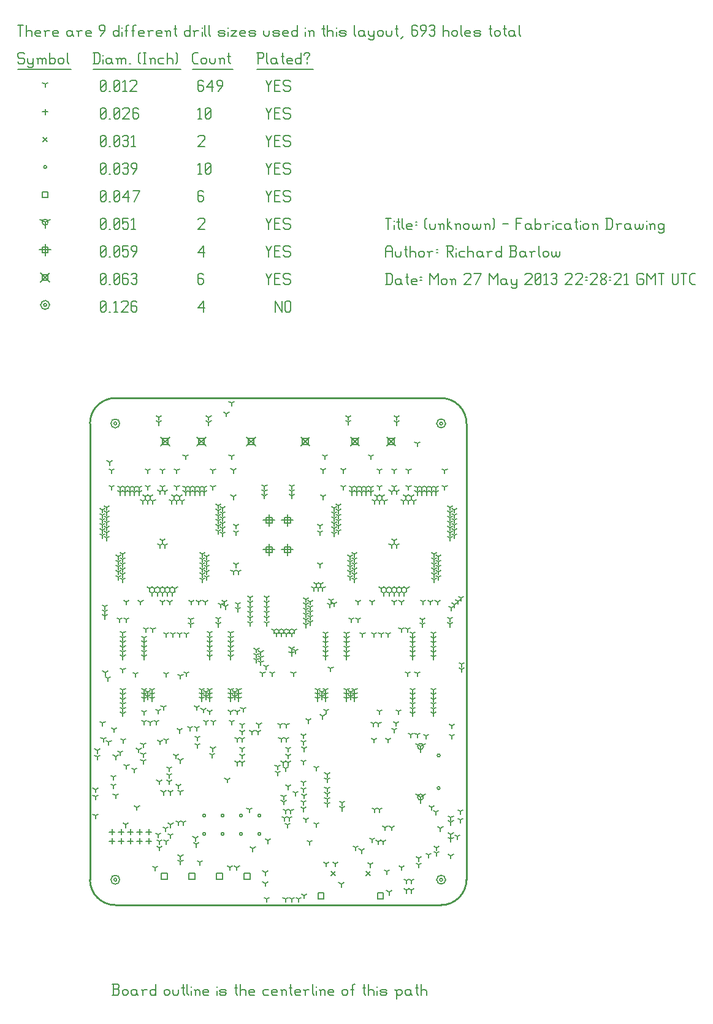
<source format=gbr>
G04 start of page 14 for group -3984 idx -3984 *
G04 Title: (unknown), fab *
G04 Creator: pcb 1.99z *
G04 CreationDate: Mon 27 May 2013 22:28:21 GMT UTC *
G04 For: rbarlow *
G04 Format: Gerber/RS-274X *
G04 PCB-Dimensions (mm): 70.00 90.00 *
G04 PCB-Coordinate-Origin: lower left *
%MOMM*%
%FSLAX43Y43*%
%LNFAB*%
%ADD200C,0.254*%
%ADD199C,0.191*%
%ADD198C,0.152*%
%ADD197R,0.203X0.203*%
G54D197*X13297Y76500D02*G75*G03X13703Y76500I203J0D01*G01*
G75*G03X13297Y76500I-203J0D01*G01*
X12890D02*G75*G03X14110Y76500I610J0D01*G01*
G75*G03X12890Y76500I-610J0D01*G01*
X13297Y13500D02*G75*G03X13703Y13500I203J0D01*G01*
G75*G03X13297Y13500I-203J0D01*G01*
X12890D02*G75*G03X14110Y13500I610J0D01*G01*
G75*G03X12890Y13500I-610J0D01*G01*
X58297D02*G75*G03X58703Y13500I203J0D01*G01*
G75*G03X58297Y13500I-203J0D01*G01*
X57890D02*G75*G03X59110Y13500I610J0D01*G01*
G75*G03X57890Y13500I-610J0D01*G01*
X58297Y76500D02*G75*G03X58703Y76500I203J0D01*G01*
G75*G03X58297Y76500I-203J0D01*G01*
X57890D02*G75*G03X59110Y76500I610J0D01*G01*
G75*G03X57890Y76500I-610J0D01*G01*
X3607Y92858D02*G75*G03X4013Y92858I203J0D01*G01*
G75*G03X3607Y92858I-203J0D01*G01*
X3200D02*G75*G03X4420Y92858I610J0D01*G01*
G75*G03X3200Y92858I-610J0D01*G01*
G54D198*X35560Y93429D02*Y91905D01*
Y93429D02*X36512Y91905D01*
Y93429D02*Y91905D01*
X36970Y93238D02*Y92096D01*
Y93238D02*X37160Y93429D01*
X37541D01*
X37732Y93238D01*
Y92096D01*
X37541Y91905D02*X37732Y92096D01*
X37160Y91905D02*X37541D01*
X36970Y92096D02*X37160Y91905D01*
X24892Y92476D02*X25654Y93429D01*
X24892Y92476D02*X25844D01*
X25654Y93429D02*Y91905D01*
X11430Y92096D02*X11620Y91905D01*
X11430Y93238D02*Y92096D01*
Y93238D02*X11620Y93429D01*
X12002D01*
X12192Y93238D01*
Y92096D01*
X12002Y91905D02*X12192Y92096D01*
X11620Y91905D02*X12002D01*
X11430Y92286D02*X12192Y93048D01*
X12649Y91905D02*X12840D01*
X13297Y93124D02*X13602Y93429D01*
Y91905D01*
X13297D02*X13868D01*
X14326Y93238D02*X14516Y93429D01*
X15088D01*
X15278Y93238D01*
Y92858D01*
X14326Y91905D02*X15278Y92858D01*
X14326Y91905D02*X15278D01*
X16307Y93429D02*X16497Y93238D01*
X15926Y93429D02*X16307D01*
X15735Y93238D02*X15926Y93429D01*
X15735Y93238D02*Y92096D01*
X15926Y91905D01*
X16307Y92743D02*X16497Y92553D01*
X15735Y92743D02*X16307D01*
X15926Y91905D02*X16307D01*
X16497Y92096D01*
Y92553D02*Y92096D01*
X24790Y74610D02*X26010Y73390D01*
X24790D02*X26010Y74610D01*
X24994Y74406D02*X25806D01*
X24994D02*Y73594D01*
X25806D01*
Y74406D02*Y73594D01*
X19790Y74610D02*X21010Y73390D01*
X19790D02*X21010Y74610D01*
X19994Y74406D02*X20806D01*
X19994D02*Y73594D01*
X20806D01*
Y74406D02*Y73594D01*
X50990Y74610D02*X52210Y73390D01*
X50990D02*X52210Y74610D01*
X51194Y74406D02*X52006D01*
X51194D02*Y73594D01*
X52006D01*
Y74406D02*Y73594D01*
X45990Y74610D02*X47210Y73390D01*
X45990D02*X47210Y74610D01*
X46194Y74406D02*X47006D01*
X46194D02*Y73594D01*
X47006D01*
Y74406D02*Y73594D01*
X39140Y74610D02*X40360Y73390D01*
X39140D02*X40360Y74610D01*
X39344Y74406D02*X40156D01*
X39344D02*Y73594D01*
X40156D01*
Y74406D02*Y73594D01*
X31640Y74610D02*X32860Y73390D01*
X31640D02*X32860Y74610D01*
X31844Y74406D02*X32656D01*
X31844D02*Y73594D01*
X32656D01*
Y74406D02*Y73594D01*
X3200Y97277D02*X4420Y96058D01*
X3200D02*X4420Y97277D01*
X3404Y97074D02*X4216D01*
X3404D02*Y96261D01*
X4216D01*
Y97074D02*Y96261D01*
X34290Y97239D02*X34671Y96477D01*
X35052Y97239D01*
X34671Y96477D02*Y95715D01*
X35509Y96553D02*X36081D01*
X35509Y95715D02*X36271D01*
X35509Y97239D02*Y95715D01*
Y97239D02*X36271D01*
X37490D02*X37681Y97048D01*
X36919Y97239D02*X37490D01*
X36728Y97048D02*X36919Y97239D01*
X36728Y97048D02*Y96668D01*
X36919Y96477D01*
X37490D01*
X37681Y96286D01*
Y95906D01*
X37490Y95715D02*X37681Y95906D01*
X36919Y95715D02*X37490D01*
X36728Y95906D02*X36919Y95715D01*
X25464Y97239D02*X25654Y97048D01*
X25082Y97239D02*X25464D01*
X24892Y97048D02*X25082Y97239D01*
X24892Y97048D02*Y95906D01*
X25082Y95715D01*
X25464Y96553D02*X25654Y96363D01*
X24892Y96553D02*X25464D01*
X25082Y95715D02*X25464D01*
X25654Y95906D01*
Y96363D02*Y95906D01*
X11430D02*X11620Y95715D01*
X11430Y97048D02*Y95906D01*
Y97048D02*X11620Y97239D01*
X12002D01*
X12192Y97048D01*
Y95906D01*
X12002Y95715D02*X12192Y95906D01*
X11620Y95715D02*X12002D01*
X11430Y96096D02*X12192Y96858D01*
X12649Y95715D02*X12840D01*
X13297Y95906D02*X13487Y95715D01*
X13297Y97048D02*Y95906D01*
Y97048D02*X13487Y97239D01*
X13868D01*
X14059Y97048D01*
Y95906D01*
X13868Y95715D02*X14059Y95906D01*
X13487Y95715D02*X13868D01*
X13297Y96096D02*X14059Y96858D01*
X15088Y97239D02*X15278Y97048D01*
X14707Y97239D02*X15088D01*
X14516Y97048D02*X14707Y97239D01*
X14516Y97048D02*Y95906D01*
X14707Y95715D01*
X15088Y96553D02*X15278Y96363D01*
X14516Y96553D02*X15088D01*
X14707Y95715D02*X15088D01*
X15278Y95906D01*
Y96363D02*Y95906D01*
X15735Y97048D02*X15926Y97239D01*
X16307D01*
X16497Y97048D01*
X16307Y95715D02*X16497Y95906D01*
X15926Y95715D02*X16307D01*
X15735Y95906D02*X15926Y95715D01*
Y96553D02*X16307D01*
X16497Y97048D02*Y96744D01*
Y96363D02*Y95906D01*
Y96363D02*X16307Y96553D01*
X16497Y96744D02*X16307Y96553D01*
X37270Y63943D02*Y62317D01*
X36457Y63130D02*X38083D01*
X36864Y63536D02*X37676D01*
X36864D02*Y62724D01*
X37676D01*
Y63536D02*Y62724D01*
X34730Y63943D02*Y62317D01*
X33917Y63130D02*X35543D01*
X34324Y63536D02*X35136D01*
X34324D02*Y62724D01*
X35136D01*
Y63536D02*Y62724D01*
X34730Y59883D02*Y58257D01*
X33917Y59070D02*X35543D01*
X34324Y59476D02*X35136D01*
X34324D02*Y58664D01*
X35136D01*
Y59476D02*Y58664D01*
X37270Y59883D02*Y58257D01*
X36457Y59070D02*X38083D01*
X36864Y59476D02*X37676D01*
X36864D02*Y58664D01*
X37676D01*
Y59476D02*Y58664D01*
X3810Y101290D02*Y99665D01*
X2997Y100478D02*X4623D01*
X3404Y100884D02*X4216D01*
X3404D02*Y100071D01*
X4216D01*
Y100884D02*Y100071D01*
X34290Y101049D02*X34671Y100287D01*
X35052Y101049D01*
X34671Y100287D02*Y99525D01*
X35509Y100363D02*X36081D01*
X35509Y99525D02*X36271D01*
X35509Y101049D02*Y99525D01*
Y101049D02*X36271D01*
X37490D02*X37681Y100858D01*
X36919Y101049D02*X37490D01*
X36728Y100858D02*X36919Y101049D01*
X36728Y100858D02*Y100478D01*
X36919Y100287D01*
X37490D01*
X37681Y100096D01*
Y99716D01*
X37490Y99525D02*X37681Y99716D01*
X36919Y99525D02*X37490D01*
X36728Y99716D02*X36919Y99525D01*
X24892Y100096D02*X25654Y101049D01*
X24892Y100096D02*X25844D01*
X25654Y101049D02*Y99525D01*
X11430Y99716D02*X11620Y99525D01*
X11430Y100858D02*Y99716D01*
Y100858D02*X11620Y101049D01*
X12002D01*
X12192Y100858D01*
Y99716D01*
X12002Y99525D02*X12192Y99716D01*
X11620Y99525D02*X12002D01*
X11430Y99906D02*X12192Y100668D01*
X12649Y99525D02*X12840D01*
X13297Y99716D02*X13487Y99525D01*
X13297Y100858D02*Y99716D01*
Y100858D02*X13487Y101049D01*
X13868D01*
X14059Y100858D01*
Y99716D01*
X13868Y99525D02*X14059Y99716D01*
X13487Y99525D02*X13868D01*
X13297Y99906D02*X14059Y100668D01*
X14516Y101049D02*X15278D01*
X14516D02*Y100287D01*
X14707Y100478D01*
X15088D01*
X15278Y100287D01*
Y99716D01*
X15088Y99525D02*X15278Y99716D01*
X14707Y99525D02*X15088D01*
X14516Y99716D02*X14707Y99525D01*
X15926D02*X16497Y100287D01*
Y100858D02*Y100287D01*
X16307Y101049D02*X16497Y100858D01*
X15926Y101049D02*X16307D01*
X15735Y100858D02*X15926Y101049D01*
X15735Y100858D02*Y100478D01*
X15926Y100287D01*
X16497D01*
X55650Y24900D02*Y24087D01*
Y24900D02*X56354Y25306D01*
X55650Y24900D02*X54946Y25306D01*
X55244Y24900D02*G75*G03X56056Y24900I406J0D01*G01*
G75*G03X55244Y24900I-406J0D01*G01*
X55650Y31900D02*Y31087D01*
Y31900D02*X56354Y32306D01*
X55650Y31900D02*X54946Y32306D01*
X55244Y31900D02*G75*G03X56056Y31900I406J0D01*G01*
G75*G03X55244Y31900I-406J0D01*G01*
X3810Y104288D02*Y103475D01*
Y104288D02*X4514Y104694D01*
X3810Y104288D02*X3106Y104694D01*
X3404Y104288D02*G75*G03X4216Y104288I406J0D01*G01*
G75*G03X3404Y104288I-406J0D01*G01*
X34290Y104859D02*X34671Y104097D01*
X35052Y104859D01*
X34671Y104097D02*Y103335D01*
X35509Y104173D02*X36081D01*
X35509Y103335D02*X36271D01*
X35509Y104859D02*Y103335D01*
Y104859D02*X36271D01*
X37490D02*X37681Y104668D01*
X36919Y104859D02*X37490D01*
X36728Y104668D02*X36919Y104859D01*
X36728Y104668D02*Y104288D01*
X36919Y104097D01*
X37490D01*
X37681Y103906D01*
Y103526D01*
X37490Y103335D02*X37681Y103526D01*
X36919Y103335D02*X37490D01*
X36728Y103526D02*X36919Y103335D01*
X24892Y104668D02*X25082Y104859D01*
X25654D01*
X25844Y104668D01*
Y104288D01*
X24892Y103335D02*X25844Y104288D01*
X24892Y103335D02*X25844D01*
X11430Y103526D02*X11620Y103335D01*
X11430Y104668D02*Y103526D01*
Y104668D02*X11620Y104859D01*
X12002D01*
X12192Y104668D01*
Y103526D01*
X12002Y103335D02*X12192Y103526D01*
X11620Y103335D02*X12002D01*
X11430Y103716D02*X12192Y104478D01*
X12649Y103335D02*X12840D01*
X13297Y103526D02*X13487Y103335D01*
X13297Y104668D02*Y103526D01*
Y104668D02*X13487Y104859D01*
X13868D01*
X14059Y104668D01*
Y103526D01*
X13868Y103335D02*X14059Y103526D01*
X13487Y103335D02*X13868D01*
X13297Y103716D02*X14059Y104478D01*
X14516Y104859D02*X15278D01*
X14516D02*Y104097D01*
X14707Y104288D01*
X15088D01*
X15278Y104097D01*
Y103526D01*
X15088Y103335D02*X15278Y103526D01*
X14707Y103335D02*X15088D01*
X14516Y103526D02*X14707Y103335D01*
X15735Y104554D02*X16040Y104859D01*
Y103335D01*
X15735D02*X16307D01*
X19879Y14406D02*X20691D01*
X19879D02*Y13594D01*
X20691D01*
Y14406D02*Y13594D01*
X23689Y14406D02*X24501D01*
X23689D02*Y13594D01*
X24501D01*
Y14406D02*Y13594D01*
X27499Y14406D02*X28311D01*
X27499D02*Y13594D01*
X28311D01*
Y14406D02*Y13594D01*
X31309Y14406D02*X32121D01*
X31309D02*Y13594D01*
X32121D01*
Y14406D02*Y13594D01*
X41494Y11656D02*X42306D01*
X41494D02*Y10844D01*
X42306D01*
Y11656D02*Y10844D01*
X49694Y11656D02*X50506D01*
X49694D02*Y10844D01*
X50506D01*
Y11656D02*Y10844D01*
X3404Y108504D02*X4216D01*
X3404D02*Y107691D01*
X4216D01*
Y108504D02*Y107691D01*
X34290Y108669D02*X34671Y107907D01*
X35052Y108669D01*
X34671Y107907D02*Y107145D01*
X35509Y107983D02*X36081D01*
X35509Y107145D02*X36271D01*
X35509Y108669D02*Y107145D01*
Y108669D02*X36271D01*
X37490D02*X37681Y108478D01*
X36919Y108669D02*X37490D01*
X36728Y108478D02*X36919Y108669D01*
X36728Y108478D02*Y108098D01*
X36919Y107907D01*
X37490D01*
X37681Y107716D01*
Y107336D01*
X37490Y107145D02*X37681Y107336D01*
X36919Y107145D02*X37490D01*
X36728Y107336D02*X36919Y107145D01*
X25464Y108669D02*X25654Y108478D01*
X25082Y108669D02*X25464D01*
X24892Y108478D02*X25082Y108669D01*
X24892Y108478D02*Y107336D01*
X25082Y107145D01*
X25464Y107983D02*X25654Y107793D01*
X24892Y107983D02*X25464D01*
X25082Y107145D02*X25464D01*
X25654Y107336D01*
Y107793D02*Y107336D01*
X11430D02*X11620Y107145D01*
X11430Y108478D02*Y107336D01*
Y108478D02*X11620Y108669D01*
X12002D01*
X12192Y108478D01*
Y107336D01*
X12002Y107145D02*X12192Y107336D01*
X11620Y107145D02*X12002D01*
X11430Y107526D02*X12192Y108288D01*
X12649Y107145D02*X12840D01*
X13297Y107336D02*X13487Y107145D01*
X13297Y108478D02*Y107336D01*
Y108478D02*X13487Y108669D01*
X13868D01*
X14059Y108478D01*
Y107336D01*
X13868Y107145D02*X14059Y107336D01*
X13487Y107145D02*X13868D01*
X13297Y107526D02*X14059Y108288D01*
X14516Y107716D02*X15278Y108669D01*
X14516Y107716D02*X15469D01*
X15278Y108669D02*Y107145D01*
X16116D02*X16878Y108669D01*
X15926D02*X16878D01*
X33197Y22350D02*G75*G03X33603Y22350I203J0D01*G01*
G75*G03X33197Y22350I-203J0D01*G01*
Y19810D02*G75*G03X33603Y19810I203J0D01*G01*
G75*G03X33197Y19810I-203J0D01*G01*
X30657Y22350D02*G75*G03X31063Y22350I203J0D01*G01*
G75*G03X30657Y22350I-203J0D01*G01*
Y19810D02*G75*G03X31063Y19810I203J0D01*G01*
G75*G03X30657Y19810I-203J0D01*G01*
X28117Y22350D02*G75*G03X28523Y22350I203J0D01*G01*
G75*G03X28117Y22350I-203J0D01*G01*
Y19810D02*G75*G03X28523Y19810I203J0D01*G01*
G75*G03X28117Y19810I-203J0D01*G01*
X25577Y22350D02*G75*G03X25983Y22350I203J0D01*G01*
G75*G03X25577Y22350I-203J0D01*G01*
Y19810D02*G75*G03X25983Y19810I203J0D01*G01*
G75*G03X25577Y19810I-203J0D01*G01*
X57947Y26150D02*G75*G03X58353Y26150I203J0D01*G01*
G75*G03X57947Y26150I-203J0D01*G01*
Y30650D02*G75*G03X58353Y30650I203J0D01*G01*
G75*G03X57947Y30650I-203J0D01*G01*
X3607Y111908D02*G75*G03X4013Y111908I203J0D01*G01*
G75*G03X3607Y111908I-203J0D01*G01*
X34290Y112479D02*X34671Y111717D01*
X35052Y112479D01*
X34671Y111717D02*Y110955D01*
X35509Y111793D02*X36081D01*
X35509Y110955D02*X36271D01*
X35509Y112479D02*Y110955D01*
Y112479D02*X36271D01*
X37490D02*X37681Y112288D01*
X36919Y112479D02*X37490D01*
X36728Y112288D02*X36919Y112479D01*
X36728Y112288D02*Y111908D01*
X36919Y111717D01*
X37490D01*
X37681Y111526D01*
Y111146D01*
X37490Y110955D02*X37681Y111146D01*
X36919Y110955D02*X37490D01*
X36728Y111146D02*X36919Y110955D01*
X24892Y112174D02*X25197Y112479D01*
Y110955D01*
X24892D02*X25464D01*
X25921Y111146D02*X26111Y110955D01*
X25921Y112288D02*Y111146D01*
Y112288D02*X26111Y112479D01*
X26492D01*
X26683Y112288D01*
Y111146D01*
X26492Y110955D02*X26683Y111146D01*
X26111Y110955D02*X26492D01*
X25921Y111336D02*X26683Y112098D01*
X11430Y111146D02*X11620Y110955D01*
X11430Y112288D02*Y111146D01*
Y112288D02*X11620Y112479D01*
X12002D01*
X12192Y112288D01*
Y111146D01*
X12002Y110955D02*X12192Y111146D01*
X11620Y110955D02*X12002D01*
X11430Y111336D02*X12192Y112098D01*
X12649Y110955D02*X12840D01*
X13297Y111146D02*X13487Y110955D01*
X13297Y112288D02*Y111146D01*
Y112288D02*X13487Y112479D01*
X13868D01*
X14059Y112288D01*
Y111146D01*
X13868Y110955D02*X14059Y111146D01*
X13487Y110955D02*X13868D01*
X13297Y111336D02*X14059Y112098D01*
X14516Y112288D02*X14707Y112479D01*
X15088D01*
X15278Y112288D01*
X15088Y110955D02*X15278Y111146D01*
X14707Y110955D02*X15088D01*
X14516Y111146D02*X14707Y110955D01*
Y111793D02*X15088D01*
X15278Y112288D02*Y111984D01*
Y111603D02*Y111146D01*
Y111603D02*X15088Y111793D01*
X15278Y111984D02*X15088Y111793D01*
X15926Y110955D02*X16497Y111717D01*
Y112288D02*Y111717D01*
X16307Y112479D02*X16497Y112288D01*
X15926Y112479D02*X16307D01*
X15735Y112288D02*X15926Y112479D01*
X15735Y112288D02*Y111908D01*
X15926Y111717D01*
X16497D01*
X43270Y14635D02*X43880Y14025D01*
X43270D02*X43880Y14635D01*
X48120D02*X48730Y14025D01*
X48120D02*X48730Y14635D01*
X3505Y116022D02*X4115Y115413D01*
X3505D02*X4115Y116022D01*
X34290Y116289D02*X34671Y115527D01*
X35052Y116289D01*
X34671Y115527D02*Y114765D01*
X35509Y115603D02*X36081D01*
X35509Y114765D02*X36271D01*
X35509Y116289D02*Y114765D01*
Y116289D02*X36271D01*
X37490D02*X37681Y116098D01*
X36919Y116289D02*X37490D01*
X36728Y116098D02*X36919Y116289D01*
X36728Y116098D02*Y115718D01*
X36919Y115527D01*
X37490D01*
X37681Y115336D01*
Y114956D01*
X37490Y114765D02*X37681Y114956D01*
X36919Y114765D02*X37490D01*
X36728Y114956D02*X36919Y114765D01*
X24892Y116098D02*X25082Y116289D01*
X25654D01*
X25844Y116098D01*
Y115718D01*
X24892Y114765D02*X25844Y115718D01*
X24892Y114765D02*X25844D01*
X11430Y114956D02*X11620Y114765D01*
X11430Y116098D02*Y114956D01*
Y116098D02*X11620Y116289D01*
X12002D01*
X12192Y116098D01*
Y114956D01*
X12002Y114765D02*X12192Y114956D01*
X11620Y114765D02*X12002D01*
X11430Y115146D02*X12192Y115908D01*
X12649Y114765D02*X12840D01*
X13297Y114956D02*X13487Y114765D01*
X13297Y116098D02*Y114956D01*
Y116098D02*X13487Y116289D01*
X13868D01*
X14059Y116098D01*
Y114956D01*
X13868Y114765D02*X14059Y114956D01*
X13487Y114765D02*X13868D01*
X13297Y115146D02*X14059Y115908D01*
X14516Y116098D02*X14707Y116289D01*
X15088D01*
X15278Y116098D01*
X15088Y114765D02*X15278Y114956D01*
X14707Y114765D02*X15088D01*
X14516Y114956D02*X14707Y114765D01*
Y115603D02*X15088D01*
X15278Y116098D02*Y115794D01*
Y115413D02*Y114956D01*
Y115413D02*X15088Y115603D01*
X15278Y115794D02*X15088Y115603D01*
X15735Y115984D02*X16040Y116289D01*
Y114765D01*
X15735D02*X16307D01*
X13033Y19236D02*Y18423D01*
X12627Y18829D02*X13440D01*
X13033Y20506D02*Y19693D01*
X12627Y20099D02*X13440D01*
X14303Y19236D02*Y18423D01*
X13897Y18829D02*X14710D01*
X14303Y20506D02*Y19693D01*
X13897Y20099D02*X14710D01*
X15573Y19236D02*Y18423D01*
X15167Y18829D02*X15980D01*
X15573Y20506D02*Y19693D01*
X15167Y20099D02*X15980D01*
X16843Y19236D02*Y18423D01*
X16437Y18829D02*X17250D01*
X16843Y20506D02*Y19693D01*
X16437Y20099D02*X17250D01*
X18113Y19236D02*Y18423D01*
X17707Y18829D02*X18520D01*
X18113Y20506D02*Y19693D01*
X17707Y20099D02*X18520D01*
X3810Y119934D02*Y119121D01*
X3404Y119528D02*X4216D01*
X34290Y120099D02*X34671Y119337D01*
X35052Y120099D01*
X34671Y119337D02*Y118575D01*
X35509Y119413D02*X36081D01*
X35509Y118575D02*X36271D01*
X35509Y120099D02*Y118575D01*
Y120099D02*X36271D01*
X37490D02*X37681Y119908D01*
X36919Y120099D02*X37490D01*
X36728Y119908D02*X36919Y120099D01*
X36728Y119908D02*Y119528D01*
X36919Y119337D01*
X37490D01*
X37681Y119146D01*
Y118766D01*
X37490Y118575D02*X37681Y118766D01*
X36919Y118575D02*X37490D01*
X36728Y118766D02*X36919Y118575D01*
X24892Y119794D02*X25197Y120099D01*
Y118575D01*
X24892D02*X25464D01*
X25921Y118766D02*X26111Y118575D01*
X25921Y119908D02*Y118766D01*
Y119908D02*X26111Y120099D01*
X26492D01*
X26683Y119908D01*
Y118766D01*
X26492Y118575D02*X26683Y118766D01*
X26111Y118575D02*X26492D01*
X25921Y118956D02*X26683Y119718D01*
X11430Y118766D02*X11620Y118575D01*
X11430Y119908D02*Y118766D01*
Y119908D02*X11620Y120099D01*
X12002D01*
X12192Y119908D01*
Y118766D01*
X12002Y118575D02*X12192Y118766D01*
X11620Y118575D02*X12002D01*
X11430Y118956D02*X12192Y119718D01*
X12649Y118575D02*X12840D01*
X13297Y118766D02*X13487Y118575D01*
X13297Y119908D02*Y118766D01*
Y119908D02*X13487Y120099D01*
X13868D01*
X14059Y119908D01*
Y118766D01*
X13868Y118575D02*X14059Y118766D01*
X13487Y118575D02*X13868D01*
X13297Y118956D02*X14059Y119718D01*
X14516Y119908D02*X14707Y120099D01*
X15278D01*
X15469Y119908D01*
Y119528D01*
X14516Y118575D02*X15469Y119528D01*
X14516Y118575D02*X15469D01*
X16497Y120099D02*X16688Y119908D01*
X16116Y120099D02*X16497D01*
X15926Y119908D02*X16116Y120099D01*
X15926Y119908D02*Y118766D01*
X16116Y118575D01*
X16497Y119413D02*X16688Y119223D01*
X15926Y119413D02*X16497D01*
X16116Y118575D02*X16497D01*
X16688Y118766D01*
Y119223D02*Y118766D01*
X52000Y70000D02*Y69594D01*
Y70000D02*X52352Y70203D01*
X52000Y70000D02*X51648Y70203D01*
X20000Y70000D02*Y69594D01*
Y70000D02*X20352Y70203D01*
X20000Y70000D02*X19648Y70203D01*
X42450Y71950D02*Y71544D01*
Y71950D02*X42802Y72153D01*
X42450Y71950D02*X42098Y72153D01*
X48800Y71950D02*Y71544D01*
Y71950D02*X49152Y72153D01*
X48800Y71950D02*X48448Y72153D01*
X46200Y67650D02*Y67244D01*
Y67650D02*X46552Y67853D01*
X46200Y67650D02*X45848Y67853D01*
X46200Y67000D02*Y66594D01*
Y67000D02*X46552Y67203D01*
X46200Y67000D02*X45848Y67203D01*
X46850Y67650D02*Y67244D01*
Y67650D02*X47202Y67853D01*
X46850Y67650D02*X46498Y67853D01*
X46850Y67000D02*Y66594D01*
Y67000D02*X47202Y67203D01*
X46850Y67000D02*X46498Y67203D01*
X47500Y67650D02*Y67244D01*
Y67650D02*X47852Y67853D01*
X47500Y67650D02*X47148Y67853D01*
X47500Y67000D02*Y66594D01*
Y67000D02*X47852Y67203D01*
X47500Y67000D02*X47148Y67203D01*
X48150Y67650D02*Y67244D01*
Y67650D02*X48502Y67853D01*
X48150Y67650D02*X47798Y67853D01*
X48150Y67000D02*Y66594D01*
Y67000D02*X48502Y67203D01*
X48150Y67000D02*X47798Y67203D01*
X48800Y67650D02*Y67244D01*
Y67650D02*X49152Y67853D01*
X48800Y67650D02*X48448Y67853D01*
X48800Y67000D02*Y66594D01*
Y67000D02*X49152Y67203D01*
X48800Y67000D02*X48448Y67203D01*
X57800Y67650D02*Y67244D01*
Y67650D02*X58152Y67853D01*
X57800Y67650D02*X57448Y67853D01*
X57800Y67000D02*Y66594D01*
Y67000D02*X58152Y67203D01*
X57800Y67000D02*X57448Y67203D01*
X57150Y67650D02*Y67244D01*
Y67650D02*X57502Y67853D01*
X57150Y67650D02*X56798Y67853D01*
X57150Y67000D02*Y66594D01*
Y67000D02*X57502Y67203D01*
X57150Y67000D02*X56798Y67203D01*
X56500Y67650D02*Y67244D01*
Y67650D02*X56852Y67853D01*
X56500Y67650D02*X56148Y67853D01*
X56500Y67000D02*Y66594D01*
Y67000D02*X56852Y67203D01*
X56500Y67000D02*X56148Y67203D01*
X55850Y67650D02*Y67244D01*
Y67650D02*X56202Y67853D01*
X55850Y67650D02*X55498Y67853D01*
X55850Y67000D02*Y66594D01*
Y67000D02*X56202Y67203D01*
X55850Y67000D02*X55498Y67203D01*
X55200Y67650D02*Y67244D01*
Y67650D02*X55552Y67853D01*
X55200Y67650D02*X54848Y67853D01*
X55200Y73750D02*Y73344D01*
Y73750D02*X55552Y73953D01*
X55200Y73750D02*X54848Y73953D01*
X49000Y51850D02*Y51444D01*
Y51850D02*X49352Y52053D01*
X49000Y51850D02*X48648Y52053D01*
X53000Y51850D02*Y51444D01*
Y51850D02*X53352Y52053D01*
X53000Y51850D02*X52648Y52053D01*
X53900Y48100D02*Y47694D01*
Y48100D02*X54252Y48303D01*
X53900Y48100D02*X53548Y48303D01*
X50700Y65800D02*Y65394D01*
Y65800D02*X51052Y66003D01*
X50700Y65800D02*X50348Y66003D01*
X50000Y65800D02*Y65394D01*
Y65800D02*X50352Y66003D01*
X50000Y65800D02*X49648Y66003D01*
X49300Y65800D02*Y65394D01*
Y65800D02*X49652Y66003D01*
X49300Y65800D02*X48948Y66003D01*
X50350Y66400D02*Y65994D01*
Y66400D02*X50702Y66603D01*
X50350Y66400D02*X49998Y66603D01*
X45900Y58100D02*Y57694D01*
Y58100D02*X46252Y58303D01*
X45900Y58100D02*X45548Y58303D01*
X46500Y58450D02*Y58044D01*
Y58450D02*X46852Y58653D01*
X46500Y58450D02*X46148Y58653D01*
X46500Y57750D02*Y57344D01*
Y57750D02*X46852Y57953D01*
X46500Y57750D02*X46148Y57953D01*
X46500Y57050D02*Y56644D01*
Y57050D02*X46852Y57253D01*
X46500Y57050D02*X46148Y57253D01*
X45900Y57400D02*Y56994D01*
Y57400D02*X46252Y57603D01*
X45900Y57400D02*X45548Y57603D01*
X45900Y56700D02*Y56294D01*
Y56700D02*X46252Y56903D01*
X45900Y56700D02*X45548Y56903D01*
X46500Y56350D02*Y55944D01*
Y56350D02*X46852Y56553D01*
X46500Y56350D02*X46148Y56553D01*
X46500Y55650D02*Y55244D01*
Y55650D02*X46852Y55853D01*
X46500Y55650D02*X46148Y55853D01*
X46500Y54950D02*Y54544D01*
Y54950D02*X46852Y55153D01*
X46500Y54950D02*X46148Y55153D01*
X45900Y56000D02*Y55594D01*
Y56000D02*X46252Y56203D01*
X45900Y56000D02*X45548Y56203D01*
X45900Y55300D02*Y54894D01*
Y55300D02*X46252Y55503D01*
X45900Y55300D02*X45548Y55503D01*
X50250Y53700D02*Y53294D01*
Y53700D02*X50602Y53903D01*
X50250Y53700D02*X49898Y53903D01*
X50950Y53700D02*Y53294D01*
Y53700D02*X51302Y53903D01*
X50950Y53700D02*X50598Y53903D01*
X51650Y53700D02*Y53294D01*
Y53700D02*X52002Y53903D01*
X51650Y53700D02*X51298Y53903D01*
X52350Y53700D02*Y53294D01*
Y53700D02*X52702Y53903D01*
X52350Y53700D02*X51998Y53903D01*
X53050Y53700D02*Y53294D01*
Y53700D02*X53402Y53903D01*
X53050Y53700D02*X52698Y53903D01*
X53750Y53700D02*Y53294D01*
Y53700D02*X54102Y53903D01*
X53750Y53700D02*X53398Y53903D01*
X57500Y54950D02*Y54544D01*
Y54950D02*X57852Y55153D01*
X57500Y54950D02*X57148Y55153D01*
X58100Y55300D02*Y54894D01*
Y55300D02*X58452Y55503D01*
X58100Y55300D02*X57748Y55503D01*
X58100Y58100D02*Y57694D01*
Y58100D02*X58452Y58303D01*
X58100Y58100D02*X57748Y58303D01*
X57500Y58450D02*Y58044D01*
Y58450D02*X57852Y58653D01*
X57500Y58450D02*X57148Y58653D01*
X57500Y57750D02*Y57344D01*
Y57750D02*X57852Y57953D01*
X57500Y57750D02*X57148Y57953D01*
X58100Y57400D02*Y56994D01*
Y57400D02*X58452Y57603D01*
X58100Y57400D02*X57748Y57603D01*
X57500Y57050D02*Y56644D01*
Y57050D02*X57852Y57253D01*
X57500Y57050D02*X57148Y57253D01*
X58100Y56700D02*Y56294D01*
Y56700D02*X58452Y56903D01*
X58100Y56700D02*X57748Y56903D01*
X58100Y56000D02*Y55594D01*
Y56000D02*X58452Y56203D01*
X58100Y56000D02*X57748Y56203D01*
X57500Y56350D02*Y55944D01*
Y56350D02*X57852Y56553D01*
X57500Y56350D02*X57148Y56553D01*
X57500Y55650D02*Y55244D01*
Y55650D02*X57852Y55853D01*
X57500Y55650D02*X57148Y55853D01*
X53300Y65800D02*Y65394D01*
Y65800D02*X53652Y66003D01*
X53300Y65800D02*X52948Y66003D01*
X54000Y65800D02*Y65394D01*
Y65800D02*X54352Y66003D01*
X54000Y65800D02*X53648Y66003D01*
X54700Y65800D02*Y65394D01*
Y65800D02*X55052Y66003D01*
X54700Y65800D02*X54348Y66003D01*
X54350Y66400D02*Y65994D01*
Y66400D02*X54702Y66603D01*
X54350Y66400D02*X53998Y66603D01*
X50000Y67700D02*Y67294D01*
Y67700D02*X50352Y67903D01*
X50000Y67700D02*X49648Y67903D01*
X50000Y70000D02*Y69594D01*
Y70000D02*X50352Y70203D01*
X50000Y70000D02*X49648Y70203D01*
X45000Y67700D02*Y67294D01*
Y67700D02*X45352Y67903D01*
X45000Y67700D02*X44648Y67903D01*
X45000Y70050D02*Y69644D01*
Y70050D02*X45352Y70253D01*
X45000Y70050D02*X44648Y70253D01*
X54000Y67700D02*Y67294D01*
Y67700D02*X54352Y67903D01*
X54000Y67700D02*X53648Y67903D01*
X54000Y70000D02*Y69594D01*
Y70000D02*X54352Y70203D01*
X54000Y70000D02*X53648Y70203D01*
X59000Y70000D02*Y69594D01*
Y70000D02*X59352Y70203D01*
X59000Y70000D02*X58648Y70203D01*
X59000Y67700D02*Y67294D01*
Y67700D02*X59352Y67903D01*
X59000Y67700D02*X58648Y67903D01*
X51650Y59700D02*Y59294D01*
Y59700D02*X52002Y59903D01*
X51650Y59700D02*X51298Y59903D01*
X52350Y59700D02*Y59294D01*
Y59700D02*X52702Y59903D01*
X52350Y59700D02*X51998Y59903D01*
X52000Y60300D02*Y59894D01*
Y60300D02*X52352Y60503D01*
X52000Y60300D02*X51648Y60503D01*
X52000Y67700D02*Y67294D01*
Y67700D02*X52352Y67903D01*
X52000Y67700D02*X51648Y67903D01*
X51650Y67100D02*Y66694D01*
Y67100D02*X52002Y67303D01*
X51650Y67100D02*X51298Y67303D01*
X52350Y67100D02*Y66694D01*
Y67100D02*X52702Y67303D01*
X52350Y67100D02*X51998Y67303D01*
X54550Y47500D02*Y47094D01*
Y47500D02*X54902Y47703D01*
X54550Y47500D02*X54198Y47703D01*
X54550Y46850D02*Y46444D01*
Y46850D02*X54902Y47053D01*
X54550Y46850D02*X54198Y47053D01*
X54550Y46200D02*Y45794D01*
Y46200D02*X54902Y46403D01*
X54550Y46200D02*X54198Y46403D01*
X54550Y45550D02*Y45144D01*
Y45550D02*X54902Y45753D01*
X54550Y45550D02*X54198Y45753D01*
X54550Y44900D02*Y44494D01*
Y44900D02*X54902Y45103D01*
X54550Y44900D02*X54198Y45103D01*
X54550Y44250D02*Y43844D01*
Y44250D02*X54902Y44453D01*
X54550Y44250D02*X54198Y44453D01*
X57450Y47500D02*Y47094D01*
Y47500D02*X57802Y47703D01*
X57450Y47500D02*X57098Y47703D01*
X57450Y46850D02*Y46444D01*
Y46850D02*X57802Y47053D01*
X57450Y46850D02*X57098Y47053D01*
X57450Y46200D02*Y45794D01*
Y46200D02*X57802Y46403D01*
X57450Y46200D02*X57098Y46403D01*
X57450Y45550D02*Y45144D01*
Y45550D02*X57802Y45753D01*
X57450Y45550D02*X57098Y45753D01*
X57450Y44900D02*Y44494D01*
Y44900D02*X57802Y45103D01*
X57450Y44900D02*X57098Y45103D01*
X57450Y44250D02*Y43844D01*
Y44250D02*X57802Y44453D01*
X57450Y44250D02*X57098Y44453D01*
X45450Y47500D02*Y47094D01*
Y47500D02*X45802Y47703D01*
X45450Y47500D02*X45098Y47703D01*
X45450Y46850D02*Y46444D01*
Y46850D02*X45802Y47053D01*
X45450Y46850D02*X45098Y47053D01*
X45450Y46200D02*Y45794D01*
Y46200D02*X45802Y46403D01*
X45450Y46200D02*X45098Y46403D01*
X45450Y45550D02*Y45144D01*
Y45550D02*X45802Y45753D01*
X45450Y45550D02*X45098Y45753D01*
X45450Y44900D02*Y44494D01*
Y44900D02*X45802Y45103D01*
X45450Y44900D02*X45098Y45103D01*
X45450Y44250D02*Y43844D01*
Y44250D02*X45802Y44453D01*
X45450Y44250D02*X45098Y44453D01*
X42550Y47500D02*Y47094D01*
Y47500D02*X42902Y47703D01*
X42550Y47500D02*X42198Y47703D01*
X42550Y46850D02*Y46444D01*
Y46850D02*X42902Y47053D01*
X42550Y46850D02*X42198Y47053D01*
X42550Y46200D02*Y45794D01*
Y46200D02*X42902Y46403D01*
X42550Y46200D02*X42198Y46403D01*
X42550Y45550D02*Y45144D01*
Y45550D02*X42902Y45753D01*
X42550Y45550D02*X42198Y45753D01*
X42550Y44900D02*Y44494D01*
Y44900D02*X42902Y45103D01*
X42550Y44900D02*X42198Y45103D01*
X42550Y44250D02*Y43844D01*
Y44250D02*X42902Y44453D01*
X42550Y44250D02*X42198Y44453D01*
X36100Y47900D02*Y47494D01*
Y47900D02*X36452Y48103D01*
X36100Y47900D02*X35748Y48103D01*
X36800Y47900D02*Y47494D01*
Y47900D02*X37152Y48103D01*
X36800Y47900D02*X36448Y48103D01*
X37500Y47900D02*Y47494D01*
Y47900D02*X37852Y48103D01*
X37500Y47900D02*X37148Y48103D01*
X38200Y47900D02*Y47494D01*
Y47900D02*X38552Y48103D01*
X38200Y47900D02*X37848Y48103D01*
X39800Y52200D02*Y51794D01*
Y52200D02*X40152Y52403D01*
X39800Y52200D02*X39448Y52403D01*
X39800Y51500D02*Y51094D01*
Y51500D02*X40152Y51703D01*
X39800Y51500D02*X39448Y51703D01*
X39800Y50800D02*Y50394D01*
Y50800D02*X40152Y51003D01*
X39800Y50800D02*X39448Y51003D01*
X39800Y50100D02*Y49694D01*
Y50100D02*X40152Y50303D01*
X39800Y50100D02*X39448Y50303D01*
X39800Y49400D02*Y48994D01*
Y49400D02*X40152Y49603D01*
X39800Y49400D02*X39448Y49603D01*
X39800Y48700D02*Y48294D01*
Y48700D02*X40152Y48903D01*
X39800Y48700D02*X39448Y48903D01*
X40400Y51850D02*Y51444D01*
Y51850D02*X40752Y52053D01*
X40400Y51850D02*X40048Y52053D01*
X34400Y51750D02*Y51344D01*
Y51750D02*X34752Y51953D01*
X34400Y51750D02*X34048Y51953D01*
X34400Y51050D02*Y50644D01*
Y51050D02*X34752Y51253D01*
X34400Y51050D02*X34048Y51253D01*
X34400Y50350D02*Y49944D01*
Y50350D02*X34752Y50553D01*
X34400Y50350D02*X34048Y50553D01*
X34400Y49650D02*Y49244D01*
Y49650D02*X34752Y49853D01*
X34400Y49650D02*X34048Y49853D01*
X34400Y48950D02*Y48544D01*
Y48950D02*X34752Y49153D01*
X34400Y48950D02*X34048Y49153D01*
X34400Y52450D02*Y52044D01*
Y52450D02*X34752Y52653D01*
X34400Y52450D02*X34048Y52653D01*
X32150Y51750D02*Y51344D01*
Y51750D02*X32502Y51953D01*
X32150Y51750D02*X31798Y51953D01*
X32150Y51050D02*Y50644D01*
Y51050D02*X32502Y51253D01*
X32150Y51050D02*X31798Y51253D01*
X32150Y50350D02*Y49944D01*
Y50350D02*X32502Y50553D01*
X32150Y50350D02*X31798Y50553D01*
X32150Y49650D02*Y49244D01*
Y49650D02*X32502Y49853D01*
X32150Y49650D02*X31798Y49853D01*
X32150Y48950D02*Y48544D01*
Y48950D02*X32502Y49153D01*
X32150Y48950D02*X31798Y49153D01*
X32150Y52450D02*Y52044D01*
Y52450D02*X32502Y52653D01*
X32150Y52450D02*X31798Y52653D01*
X34100Y67150D02*Y66744D01*
Y67150D02*X34452Y67353D01*
X34100Y67150D02*X33748Y67353D01*
X34100Y67800D02*Y67394D01*
Y67800D02*X34452Y68003D01*
X34100Y67800D02*X33748Y68003D01*
X34100Y66500D02*Y66094D01*
Y66500D02*X34452Y66703D01*
X34100Y66500D02*X33748Y66703D01*
X37900Y67150D02*Y66744D01*
Y67150D02*X38252Y67353D01*
X37900Y67150D02*X37548Y67353D01*
X37900Y67800D02*Y67394D01*
Y67800D02*X38252Y68003D01*
X37900Y67800D02*X37548Y68003D01*
X37900Y66500D02*Y66094D01*
Y66500D02*X38252Y66703D01*
X37900Y66500D02*X37548Y66703D01*
X47000Y51850D02*Y51444D01*
Y51850D02*X47352Y52053D01*
X47000Y51850D02*X46648Y52053D01*
X47000Y49450D02*Y49044D01*
Y49450D02*X47352Y49653D01*
X47000Y49450D02*X46648Y49653D01*
X56000Y51900D02*Y51494D01*
Y51900D02*X56352Y52103D01*
X56000Y51900D02*X55648Y52103D01*
X55900Y49400D02*Y48994D01*
Y49400D02*X56252Y49603D01*
X55900Y49400D02*X55548Y49603D01*
X57000Y51850D02*Y51444D01*
Y51850D02*X57352Y52053D01*
X57000Y51850D02*X56648Y52053D01*
X55900Y48750D02*Y48344D01*
Y48750D02*X56252Y48953D01*
X55900Y48750D02*X55548Y48953D01*
X50600Y53100D02*Y52694D01*
Y53100D02*X50952Y53303D01*
X50600Y53100D02*X50248Y53303D01*
X51300Y53100D02*Y52694D01*
Y53100D02*X51652Y53303D01*
X51300Y53100D02*X50948Y53303D01*
X52000Y53100D02*Y52694D01*
Y53100D02*X52352Y53303D01*
X52000Y53100D02*X51648Y53303D01*
X52700Y53100D02*Y52694D01*
Y53100D02*X53052Y53303D01*
X52700Y53100D02*X52348Y53303D01*
X53400Y53100D02*Y52694D01*
Y53100D02*X53752Y53303D01*
X53400Y53100D02*X53048Y53303D01*
X55200Y67000D02*Y66594D01*
Y67000D02*X55552Y67203D01*
X55200Y67000D02*X54848Y67203D01*
X53650Y66400D02*Y65994D01*
Y66400D02*X54002Y66603D01*
X53650Y66400D02*X53298Y66603D01*
X59700Y64900D02*Y64494D01*
Y64900D02*X60052Y65103D01*
X59700Y64900D02*X59348Y65103D01*
X60300Y61050D02*Y60644D01*
Y61050D02*X60652Y61253D01*
X60300Y61050D02*X59948Y61253D01*
X59700Y60700D02*Y60294D01*
Y60700D02*X60052Y60903D01*
X59700Y60700D02*X59348Y60903D01*
X59700Y64200D02*Y63794D01*
Y64200D02*X60052Y64403D01*
X59700Y64200D02*X59348Y64403D01*
X60300Y63850D02*Y63444D01*
Y63850D02*X60652Y64053D01*
X60300Y63850D02*X59948Y64053D01*
X59700Y63500D02*Y63094D01*
Y63500D02*X60052Y63703D01*
X59700Y63500D02*X59348Y63703D01*
X59700Y62800D02*Y62394D01*
Y62800D02*X60052Y63003D01*
X59700Y62800D02*X59348Y63003D01*
X59700Y62100D02*Y61694D01*
Y62100D02*X60052Y62303D01*
X59700Y62100D02*X59348Y62303D01*
X60300Y63150D02*Y62744D01*
Y63150D02*X60652Y63353D01*
X60300Y63150D02*X59948Y63353D01*
X60300Y62450D02*Y62044D01*
Y62450D02*X60652Y62653D01*
X60300Y62450D02*X59948Y62653D01*
X60300Y61750D02*Y61344D01*
Y61750D02*X60652Y61953D01*
X60300Y61750D02*X59948Y61953D01*
X59700Y61400D02*Y60994D01*
Y61400D02*X60052Y61603D01*
X59700Y61400D02*X59348Y61603D01*
X60300Y64550D02*Y64144D01*
Y64550D02*X60652Y64753D01*
X60300Y64550D02*X59948Y64753D01*
X49650Y66400D02*Y65994D01*
Y66400D02*X50002Y66603D01*
X49650Y66400D02*X49298Y66603D01*
X61250Y52400D02*Y51994D01*
Y52400D02*X61602Y52603D01*
X61250Y52400D02*X60898Y52603D01*
X60800Y51950D02*Y51544D01*
Y51950D02*X61152Y52153D01*
X60800Y51950D02*X60448Y52153D01*
X60350Y51500D02*Y51094D01*
Y51500D02*X60702Y51703D01*
X60350Y51500D02*X59998Y51703D01*
X59900Y51050D02*Y50644D01*
Y51050D02*X60252Y51253D01*
X59900Y51050D02*X59548Y51253D01*
X43300Y52050D02*Y51644D01*
Y52050D02*X43652Y52253D01*
X43300Y52050D02*X42948Y52253D01*
X43750Y51600D02*Y51194D01*
Y51600D02*X44102Y51803D01*
X43750Y51600D02*X43398Y51803D01*
X43150Y51450D02*Y51044D01*
Y51450D02*X43502Y51653D01*
X43150Y51450D02*X42798Y51653D01*
X40400Y51150D02*Y50744D01*
Y51150D02*X40752Y51353D01*
X40400Y51150D02*X40048Y51353D01*
X40400Y50450D02*Y50044D01*
Y50450D02*X40752Y50653D01*
X40400Y50450D02*X40048Y50653D01*
X40400Y49750D02*Y49344D01*
Y49750D02*X40752Y49953D01*
X40400Y49750D02*X40048Y49953D01*
X40400Y49050D02*Y48644D01*
Y49050D02*X40752Y49253D01*
X40400Y49050D02*X40048Y49253D01*
X35400Y47900D02*Y47494D01*
Y47900D02*X35752Y48103D01*
X35400Y47900D02*X35048Y48103D01*
X59700Y49500D02*Y49094D01*
Y49500D02*X60052Y49703D01*
X59700Y49500D02*X59348Y49703D01*
X59700Y48800D02*Y48394D01*
Y48800D02*X60052Y49003D01*
X59700Y48800D02*X59348Y49003D01*
X42200Y66400D02*Y65994D01*
Y66400D02*X42552Y66603D01*
X42200Y66400D02*X41848Y66603D01*
X29800Y66400D02*Y65994D01*
Y66400D02*X30152Y66603D01*
X29800Y66400D02*X29448Y66603D01*
X30200Y61450D02*Y61044D01*
Y61450D02*X30552Y61653D01*
X30200Y61450D02*X29848Y61653D01*
X41800Y61450D02*Y61044D01*
Y61450D02*X42152Y61653D01*
X41800Y61450D02*X41448Y61653D01*
X42150Y53750D02*Y53344D01*
Y53750D02*X42502Y53953D01*
X42150Y53750D02*X41798Y53953D01*
X41550Y53750D02*Y53344D01*
Y53750D02*X41902Y53953D01*
X41550Y53750D02*X41198Y53953D01*
X40950Y53750D02*Y53344D01*
Y53750D02*X41302Y53953D01*
X40950Y53750D02*X40598Y53953D01*
X41250Y54300D02*Y53894D01*
Y54300D02*X41602Y54503D01*
X41250Y54300D02*X40898Y54503D01*
X41850Y54300D02*Y53894D01*
Y54300D02*X42202Y54503D01*
X41850Y54300D02*X41498Y54503D01*
X49250Y47400D02*Y46994D01*
Y47400D02*X49602Y47603D01*
X49250Y47400D02*X48898Y47603D01*
X51150Y47400D02*Y46994D01*
Y47400D02*X51502Y47603D01*
X51150Y47400D02*X50798Y47603D01*
X26550Y39700D02*Y39294D01*
Y39700D02*X26902Y39903D01*
X26550Y39700D02*X26198Y39903D01*
X26550Y39100D02*Y38694D01*
Y39100D02*X26902Y39303D01*
X26550Y39100D02*X26198Y39303D01*
X26550Y38500D02*Y38094D01*
Y38500D02*X26902Y38703D01*
X26550Y38500D02*X26198Y38703D01*
X26000Y39400D02*Y38994D01*
Y39400D02*X26352Y39603D01*
X26000Y39400D02*X25648Y39603D01*
X26000Y38800D02*Y38394D01*
Y38800D02*X26352Y39003D01*
X26000Y38800D02*X25648Y39003D01*
X25450Y39100D02*Y38694D01*
Y39100D02*X25802Y39303D01*
X25450Y39100D02*X25098Y39303D01*
X29450Y39700D02*Y39294D01*
Y39700D02*X29802Y39903D01*
X29450Y39700D02*X29098Y39903D01*
X29450Y39100D02*Y38694D01*
Y39100D02*X29802Y39303D01*
X29450Y39100D02*X29098Y39303D01*
X29450Y38500D02*Y38094D01*
Y38500D02*X29802Y38703D01*
X29450Y38500D02*X29098Y38703D01*
X30000Y39400D02*Y38994D01*
Y39400D02*X30352Y39603D01*
X30000Y39400D02*X29648Y39603D01*
X30000Y38800D02*Y38394D01*
Y38800D02*X30352Y39003D01*
X30000Y38800D02*X29648Y39003D01*
X30550Y39100D02*Y38694D01*
Y39100D02*X30902Y39303D01*
X30550Y39100D02*X30198Y39303D01*
X14550Y39700D02*Y39294D01*
Y39700D02*X14902Y39903D01*
X14550Y39700D02*X14198Y39903D01*
X14550Y39050D02*Y38644D01*
Y39050D02*X14902Y39253D01*
X14550Y39050D02*X14198Y39253D01*
X14550Y38400D02*Y37994D01*
Y38400D02*X14902Y38603D01*
X14550Y38400D02*X14198Y38603D01*
X14550Y37750D02*Y37344D01*
Y37750D02*X14902Y37953D01*
X14550Y37750D02*X14198Y37953D01*
X14550Y37100D02*Y36694D01*
Y37100D02*X14902Y37303D01*
X14550Y37100D02*X14198Y37303D01*
X14550Y36450D02*Y36044D01*
Y36450D02*X14902Y36653D01*
X14550Y36450D02*X14198Y36653D01*
X17450Y39700D02*Y39294D01*
Y39700D02*X17802Y39903D01*
X17450Y39700D02*X17098Y39903D01*
X17450Y39100D02*Y38694D01*
Y39100D02*X17802Y39303D01*
X17450Y39100D02*X17098Y39303D01*
X17450Y38500D02*Y38094D01*
Y38500D02*X17802Y38703D01*
X17450Y38500D02*X17098Y38703D01*
X18000Y39400D02*Y38994D01*
Y39400D02*X18352Y39603D01*
X18000Y39400D02*X17648Y39603D01*
X18000Y38800D02*Y38394D01*
Y38800D02*X18352Y39003D01*
X18000Y38800D02*X17648Y39003D01*
X18550Y39100D02*Y38694D01*
Y39100D02*X18902Y39303D01*
X18550Y39100D02*X18198Y39303D01*
X54550Y39700D02*Y39294D01*
Y39700D02*X54902Y39903D01*
X54550Y39700D02*X54198Y39903D01*
X54550Y39050D02*Y38644D01*
Y39050D02*X54902Y39253D01*
X54550Y39050D02*X54198Y39253D01*
X54550Y38400D02*Y37994D01*
Y38400D02*X54902Y38603D01*
X54550Y38400D02*X54198Y38603D01*
X54550Y37750D02*Y37344D01*
Y37750D02*X54902Y37953D01*
X54550Y37750D02*X54198Y37953D01*
X54550Y37100D02*Y36694D01*
Y37100D02*X54902Y37303D01*
X54550Y37100D02*X54198Y37303D01*
X54550Y36450D02*Y36044D01*
Y36450D02*X54902Y36653D01*
X54550Y36450D02*X54198Y36653D01*
X57450Y39700D02*Y39294D01*
Y39700D02*X57802Y39903D01*
X57450Y39700D02*X57098Y39903D01*
X57450Y39050D02*Y38644D01*
Y39050D02*X57802Y39253D01*
X57450Y39050D02*X57098Y39253D01*
X57450Y38400D02*Y37994D01*
Y38400D02*X57802Y38603D01*
X57450Y38400D02*X57098Y38603D01*
X57450Y37750D02*Y37344D01*
Y37750D02*X57802Y37953D01*
X57450Y37750D02*X57098Y37953D01*
X57450Y37100D02*Y36694D01*
Y37100D02*X57802Y37303D01*
X57450Y37100D02*X57098Y37303D01*
X57450Y36450D02*Y36044D01*
Y36450D02*X57802Y36653D01*
X57450Y36450D02*X57098Y36653D01*
X42550Y39700D02*Y39294D01*
Y39700D02*X42902Y39903D01*
X42550Y39700D02*X42198Y39903D01*
X42550Y39100D02*Y38694D01*
Y39100D02*X42902Y39303D01*
X42550Y39100D02*X42198Y39303D01*
X42550Y38500D02*Y38094D01*
Y38500D02*X42902Y38703D01*
X42550Y38500D02*X42198Y38703D01*
X42000Y39400D02*Y38994D01*
Y39400D02*X42352Y39603D01*
X42000Y39400D02*X41648Y39603D01*
X42000Y38800D02*Y38394D01*
Y38800D02*X42352Y39003D01*
X42000Y38800D02*X41648Y39003D01*
X41450Y38500D02*Y38094D01*
Y38500D02*X41802Y38703D01*
X41450Y38500D02*X41098Y38703D01*
X45450Y39700D02*Y39294D01*
Y39700D02*X45802Y39903D01*
X45450Y39700D02*X45098Y39903D01*
X45450Y39100D02*Y38694D01*
Y39100D02*X45802Y39303D01*
X45450Y39100D02*X45098Y39303D01*
X45450Y38500D02*Y38094D01*
Y38500D02*X45802Y38703D01*
X45450Y38500D02*X45098Y38703D01*
X46000Y39400D02*Y38994D01*
Y39400D02*X46352Y39603D01*
X46000Y39400D02*X45648Y39603D01*
X46000Y38800D02*Y38394D01*
Y38800D02*X46352Y39003D01*
X46000Y38800D02*X45648Y39003D01*
X46550Y39100D02*Y38694D01*
Y39100D02*X46902Y39303D01*
X46550Y39100D02*X46198Y39303D01*
X14200Y67650D02*Y67244D01*
Y67650D02*X14552Y67853D01*
X14200Y67650D02*X13848Y67853D01*
X14200Y67000D02*Y66594D01*
Y67000D02*X14552Y67203D01*
X14200Y67000D02*X13848Y67203D01*
X14850Y67650D02*Y67244D01*
Y67650D02*X15202Y67853D01*
X14850Y67650D02*X14498Y67853D01*
X14850Y67000D02*Y66594D01*
Y67000D02*X15202Y67203D01*
X14850Y67000D02*X14498Y67203D01*
X15500Y67650D02*Y67244D01*
Y67650D02*X15852Y67853D01*
X15500Y67650D02*X15148Y67853D01*
X15500Y67000D02*Y66594D01*
Y67000D02*X15852Y67203D01*
X15500Y67000D02*X15148Y67203D01*
X16150Y67650D02*Y67244D01*
Y67650D02*X16502Y67853D01*
X16150Y67650D02*X15798Y67853D01*
X16150Y67000D02*Y66594D01*
Y67000D02*X16502Y67203D01*
X16150Y67000D02*X15798Y67203D01*
X16800Y67650D02*Y67244D01*
Y67650D02*X17152Y67853D01*
X16800Y67650D02*X16448Y67853D01*
X16800Y67000D02*Y66594D01*
Y67000D02*X17152Y67203D01*
X16800Y67000D02*X16448Y67203D01*
X25800Y67650D02*Y67244D01*
Y67650D02*X26152Y67853D01*
X25800Y67650D02*X25448Y67853D01*
X25800Y67000D02*Y66594D01*
Y67000D02*X26152Y67203D01*
X25800Y67000D02*X25448Y67203D01*
X25150Y67650D02*Y67244D01*
Y67650D02*X25502Y67853D01*
X25150Y67650D02*X24798Y67853D01*
X25150Y67000D02*Y66594D01*
Y67000D02*X25502Y67203D01*
X25150Y67000D02*X24798Y67203D01*
X24500Y67650D02*Y67244D01*
Y67650D02*X24852Y67853D01*
X24500Y67650D02*X24148Y67853D01*
X24500Y67000D02*Y66594D01*
Y67000D02*X24852Y67203D01*
X24500Y67000D02*X24148Y67203D01*
X23850Y67650D02*Y67244D01*
Y67650D02*X24202Y67853D01*
X23850Y67650D02*X23498Y67853D01*
X23850Y67000D02*Y66594D01*
Y67000D02*X24202Y67203D01*
X23850Y67000D02*X23498Y67203D01*
X23200Y67650D02*Y67244D01*
Y67650D02*X23552Y67853D01*
X23200Y67650D02*X22848Y67853D01*
X18700Y65800D02*Y65394D01*
Y65800D02*X19052Y66003D01*
X18700Y65800D02*X18348Y66003D01*
X18000Y65800D02*Y65394D01*
Y65800D02*X18352Y66003D01*
X18000Y65800D02*X17648Y66003D01*
X17300Y65800D02*Y65394D01*
Y65800D02*X17652Y66003D01*
X17300Y65800D02*X16948Y66003D01*
X18350Y66400D02*Y65994D01*
Y66400D02*X18702Y66603D01*
X18350Y66400D02*X17998Y66603D01*
X11700Y62450D02*Y62044D01*
Y62450D02*X12052Y62653D01*
X11700Y62450D02*X11348Y62653D01*
X11700Y63150D02*Y62744D01*
Y63150D02*X12052Y63353D01*
X11700Y63150D02*X11348Y63353D01*
X11700Y63850D02*Y63444D01*
Y63850D02*X12052Y64053D01*
X11700Y63850D02*X11348Y64053D01*
X12300Y64900D02*Y64494D01*
Y64900D02*X12652Y65103D01*
X12300Y64900D02*X11948Y65103D01*
X11700Y64550D02*Y64144D01*
Y64550D02*X12052Y64753D01*
X11700Y64550D02*X11348Y64753D01*
X12300Y64200D02*Y63794D01*
Y64200D02*X12652Y64403D01*
X12300Y64200D02*X11948Y64403D01*
X12300Y63500D02*Y63094D01*
Y63500D02*X12652Y63703D01*
X12300Y63500D02*X11948Y63703D01*
X12300Y62800D02*Y62394D01*
Y62800D02*X12652Y63003D01*
X12300Y62800D02*X11948Y63003D01*
X12300Y62100D02*Y61694D01*
Y62100D02*X12652Y62303D01*
X12300Y62100D02*X11948Y62303D01*
X12300Y61400D02*Y60994D01*
Y61400D02*X12652Y61603D01*
X12300Y61400D02*X11948Y61603D01*
X12300Y60700D02*Y60294D01*
Y60700D02*X12652Y60903D01*
X12300Y60700D02*X11948Y60903D01*
X11700Y61050D02*Y60644D01*
Y61050D02*X12052Y61253D01*
X11700Y61050D02*X11348Y61253D01*
X13900Y58100D02*Y57694D01*
Y58100D02*X14252Y58303D01*
X13900Y58100D02*X13548Y58303D01*
X14500Y58450D02*Y58044D01*
Y58450D02*X14852Y58653D01*
X14500Y58450D02*X14148Y58653D01*
X14500Y57750D02*Y57344D01*
Y57750D02*X14852Y57953D01*
X14500Y57750D02*X14148Y57953D01*
X14500Y57050D02*Y56644D01*
Y57050D02*X14852Y57253D01*
X14500Y57050D02*X14148Y57253D01*
X13900Y57400D02*Y56994D01*
Y57400D02*X14252Y57603D01*
X13900Y57400D02*X13548Y57603D01*
X13900Y56700D02*Y56294D01*
Y56700D02*X14252Y56903D01*
X13900Y56700D02*X13548Y56903D01*
X14500Y56350D02*Y55944D01*
Y56350D02*X14852Y56553D01*
X14500Y56350D02*X14148Y56553D01*
X14500Y55650D02*Y55244D01*
Y55650D02*X14852Y55853D01*
X14500Y55650D02*X14148Y55853D01*
X14500Y54950D02*Y54544D01*
Y54950D02*X14852Y55153D01*
X14500Y54950D02*X14148Y55153D01*
X13900Y56000D02*Y55594D01*
Y56000D02*X14252Y56203D01*
X13900Y56000D02*X13548Y56203D01*
X13900Y55300D02*Y54894D01*
Y55300D02*X14252Y55503D01*
X13900Y55300D02*X13548Y55503D01*
X18250Y53700D02*Y53294D01*
Y53700D02*X18602Y53903D01*
X18250Y53700D02*X17898Y53903D01*
X18950Y53700D02*Y53294D01*
Y53700D02*X19302Y53903D01*
X18950Y53700D02*X18598Y53903D01*
X19650Y53700D02*Y53294D01*
Y53700D02*X20002Y53903D01*
X19650Y53700D02*X19298Y53903D01*
X20350Y53700D02*Y53294D01*
Y53700D02*X20702Y53903D01*
X20350Y53700D02*X19998Y53903D01*
X21050Y53700D02*Y53294D01*
Y53700D02*X21402Y53903D01*
X21050Y53700D02*X20698Y53903D01*
X21750Y53700D02*Y53294D01*
Y53700D02*X22102Y53903D01*
X21750Y53700D02*X21398Y53903D01*
X25500Y54950D02*Y54544D01*
Y54950D02*X25852Y55153D01*
X25500Y54950D02*X25148Y55153D01*
X26100Y55300D02*Y54894D01*
Y55300D02*X26452Y55503D01*
X26100Y55300D02*X25748Y55503D01*
X26100Y58100D02*Y57694D01*
Y58100D02*X26452Y58303D01*
X26100Y58100D02*X25748Y58303D01*
X25500Y58450D02*Y58044D01*
Y58450D02*X25852Y58653D01*
X25500Y58450D02*X25148Y58653D01*
X25500Y57750D02*Y57344D01*
Y57750D02*X25852Y57953D01*
X25500Y57750D02*X25148Y57953D01*
X26100Y57400D02*Y56994D01*
Y57400D02*X26452Y57603D01*
X26100Y57400D02*X25748Y57603D01*
X25500Y57050D02*Y56644D01*
Y57050D02*X25852Y57253D01*
X25500Y57050D02*X25148Y57253D01*
X26100Y56700D02*Y56294D01*
Y56700D02*X26452Y56903D01*
X26100Y56700D02*X25748Y56903D01*
X26100Y56000D02*Y55594D01*
Y56000D02*X26452Y56203D01*
X26100Y56000D02*X25748Y56203D01*
X25500Y56350D02*Y55944D01*
Y56350D02*X25852Y56553D01*
X25500Y56350D02*X25148Y56553D01*
X25500Y55650D02*Y55244D01*
Y55650D02*X25852Y55853D01*
X25500Y55650D02*X25148Y55853D01*
X21300Y65800D02*Y65394D01*
Y65800D02*X21652Y66003D01*
X21300Y65800D02*X20948Y66003D01*
X22000Y65800D02*Y65394D01*
Y65800D02*X22352Y66003D01*
X22000Y65800D02*X21648Y66003D01*
X22700Y65800D02*Y65394D01*
Y65800D02*X23052Y66003D01*
X22700Y65800D02*X22348Y66003D01*
X22350Y66400D02*Y65994D01*
Y66400D02*X22702Y66603D01*
X22350Y66400D02*X21998Y66603D01*
X18000Y67700D02*Y67294D01*
Y67700D02*X18352Y67903D01*
X18000Y67700D02*X17648Y67903D01*
X13000Y67700D02*Y67294D01*
Y67700D02*X13352Y67903D01*
X13000Y67700D02*X12648Y67903D01*
X22000Y67700D02*Y67294D01*
Y67700D02*X22352Y67903D01*
X22000Y67700D02*X21648Y67903D01*
X27000Y67700D02*Y67294D01*
Y67700D02*X27352Y67903D01*
X27000Y67700D02*X26648Y67903D01*
X19650Y59700D02*Y59294D01*
Y59700D02*X20002Y59903D01*
X19650Y59700D02*X19298Y59903D01*
X20350Y59700D02*Y59294D01*
Y59700D02*X20702Y59903D01*
X20350Y59700D02*X19998Y59903D01*
X20000Y60300D02*Y59894D01*
Y60300D02*X20352Y60503D01*
X20000Y60300D02*X19648Y60503D01*
X20000Y67700D02*Y67294D01*
Y67700D02*X20352Y67903D01*
X20000Y67700D02*X19648Y67903D01*
X19650Y67100D02*Y66694D01*
Y67100D02*X20002Y67303D01*
X19650Y67100D02*X19298Y67303D01*
X20350Y67100D02*Y66694D01*
Y67100D02*X20702Y67303D01*
X20350Y67100D02*X19998Y67303D01*
X18600Y53100D02*Y52694D01*
Y53100D02*X18952Y53303D01*
X18600Y53100D02*X18248Y53303D01*
X19300Y53100D02*Y52694D01*
Y53100D02*X19652Y53303D01*
X19300Y53100D02*X18948Y53303D01*
X20000Y53100D02*Y52694D01*
Y53100D02*X20352Y53303D01*
X20000Y53100D02*X19648Y53303D01*
X20700Y53100D02*Y52694D01*
Y53100D02*X21052Y53303D01*
X20700Y53100D02*X20348Y53303D01*
X21400Y53100D02*Y52694D01*
Y53100D02*X21752Y53303D01*
X21400Y53100D02*X21048Y53303D01*
X23200Y67000D02*Y66594D01*
Y67000D02*X23552Y67203D01*
X23200Y67000D02*X22848Y67203D01*
X21650Y66400D02*Y65994D01*
Y66400D02*X22002Y66603D01*
X21650Y66400D02*X21298Y66603D01*
X17650Y66400D02*Y65994D01*
Y66400D02*X18002Y66603D01*
X17650Y66400D02*X17298Y66603D01*
X11700Y61750D02*Y61344D01*
Y61750D02*X12052Y61953D01*
X11700Y61750D02*X11348Y61953D01*
X18000Y70000D02*Y69594D01*
Y70000D02*X18352Y70203D01*
X18000Y70000D02*X17648Y70203D01*
X22000Y70000D02*Y69594D01*
Y70000D02*X22352Y70203D01*
X22000Y70000D02*X21648Y70203D01*
X13000Y70000D02*Y69594D01*
Y70000D02*X13352Y70203D01*
X13000Y70000D02*X12648Y70203D01*
X27000Y70000D02*Y69594D01*
Y70000D02*X27352Y70203D01*
X27000Y70000D02*X26648Y70203D01*
X15000Y51850D02*Y51444D01*
Y51850D02*X15352Y52053D01*
X15000Y51850D02*X14648Y52053D01*
X15000Y49450D02*Y49044D01*
Y49450D02*X15352Y49653D01*
X15000Y49450D02*X14648Y49653D01*
X24000Y51850D02*Y51444D01*
Y51850D02*X24352Y52053D01*
X24000Y51850D02*X23648Y52053D01*
X25000Y51850D02*Y51444D01*
Y51850D02*X25352Y52053D01*
X25000Y51850D02*X24648Y52053D01*
X23950Y49450D02*Y49044D01*
Y49450D02*X24302Y49653D01*
X23950Y49450D02*X23598Y49653D01*
X23950Y48750D02*Y48344D01*
Y48750D02*X24302Y48953D01*
X23950Y48750D02*X23598Y48953D01*
X26550Y47550D02*Y47144D01*
Y47550D02*X26902Y47753D01*
X26550Y47550D02*X26198Y47753D01*
X26550Y46900D02*Y46494D01*
Y46900D02*X26902Y47103D01*
X26550Y46900D02*X26198Y47103D01*
X26550Y46250D02*Y45844D01*
Y46250D02*X26902Y46453D01*
X26550Y46250D02*X26198Y46453D01*
X26550Y45600D02*Y45194D01*
Y45600D02*X26902Y45803D01*
X26550Y45600D02*X26198Y45803D01*
X26550Y44950D02*Y44544D01*
Y44950D02*X26902Y45153D01*
X26550Y44950D02*X26198Y45153D01*
X26550Y44300D02*Y43894D01*
Y44300D02*X26902Y44503D01*
X26550Y44300D02*X26198Y44503D01*
X29450Y47550D02*Y47144D01*
Y47550D02*X29802Y47753D01*
X29450Y47550D02*X29098Y47753D01*
X29450Y46900D02*Y46494D01*
Y46900D02*X29802Y47103D01*
X29450Y46900D02*X29098Y47103D01*
X29450Y46250D02*Y45844D01*
Y46250D02*X29802Y46453D01*
X29450Y46250D02*X29098Y46453D01*
X29450Y45600D02*Y45194D01*
Y45600D02*X29802Y45803D01*
X29450Y45600D02*X29098Y45803D01*
X29450Y44950D02*Y44544D01*
Y44950D02*X29802Y45153D01*
X29450Y44950D02*X29098Y45153D01*
X29450Y44300D02*Y43894D01*
Y44300D02*X29802Y44503D01*
X29450Y44300D02*X29098Y44503D01*
X17450Y46900D02*Y46494D01*
Y46900D02*X17802Y47103D01*
X17450Y46900D02*X17098Y47103D01*
X17450Y46250D02*Y45844D01*
Y46250D02*X17802Y46453D01*
X17450Y46250D02*X17098Y46453D01*
X17450Y45600D02*Y45194D01*
Y45600D02*X17802Y45803D01*
X17450Y45600D02*X17098Y45803D01*
X17450Y44950D02*Y44544D01*
Y44950D02*X17802Y45153D01*
X17450Y44950D02*X17098Y45153D01*
X17450Y44300D02*Y43894D01*
Y44300D02*X17802Y44503D01*
X17450Y44300D02*X17098Y44503D01*
X14550Y47550D02*Y47144D01*
Y47550D02*X14902Y47753D01*
X14550Y47550D02*X14198Y47753D01*
X14550Y46900D02*Y46494D01*
Y46900D02*X14902Y47103D01*
X14550Y46900D02*X14198Y47103D01*
X14550Y46250D02*Y45844D01*
Y46250D02*X14902Y46453D01*
X14550Y46250D02*X14198Y46453D01*
X14550Y45600D02*Y45194D01*
Y45600D02*X14902Y45803D01*
X14550Y45600D02*X14198Y45803D01*
X14550Y44950D02*Y44544D01*
Y44950D02*X14902Y45153D01*
X14550Y44950D02*X14198Y45153D01*
X14550Y44300D02*Y43894D01*
Y44300D02*X14902Y44503D01*
X14550Y44300D02*X14198Y44503D01*
X29550Y71950D02*Y71544D01*
Y71950D02*X29902Y72153D01*
X29550Y71950D02*X29198Y72153D01*
X23200Y71950D02*Y71544D01*
Y71950D02*X23552Y72153D01*
X23200Y71950D02*X22848Y72153D01*
X12700Y71150D02*Y70744D01*
Y71150D02*X13052Y71353D01*
X12700Y71150D02*X12348Y71353D01*
X18700Y48100D02*Y47694D01*
Y48100D02*X19052Y48303D01*
X18700Y48100D02*X18348Y48303D01*
X21450Y47400D02*Y46994D01*
Y47400D02*X21802Y47603D01*
X21450Y47400D02*X21098Y47603D01*
X27700Y49500D02*Y49094D01*
Y49500D02*X28052Y49703D01*
X27700Y49500D02*X27348Y49703D01*
X27700Y48800D02*Y48394D01*
Y48800D02*X28052Y49003D01*
X27700Y48800D02*X27348Y49003D01*
X30450Y51550D02*Y51144D01*
Y51550D02*X30802Y51753D01*
X30450Y51550D02*X30098Y51753D01*
X30450Y50850D02*Y50444D01*
Y50850D02*X30802Y51053D01*
X30450Y50850D02*X30098Y51053D01*
X29800Y56050D02*Y55644D01*
Y56050D02*X30152Y56253D01*
X29800Y56050D02*X29448Y56253D01*
X30500Y56050D02*Y55644D01*
Y56050D02*X30852Y56253D01*
X30500Y56050D02*X30148Y56253D01*
X28550Y51850D02*Y51444D01*
Y51850D02*X28902Y52053D01*
X28550Y51850D02*X28198Y52053D01*
X28100Y51450D02*Y51044D01*
Y51450D02*X28452Y51653D01*
X28100Y51450D02*X27748Y51653D01*
X28700Y51250D02*Y50844D01*
Y51250D02*X29052Y51453D01*
X28700Y51250D02*X28348Y51453D01*
X12050Y50550D02*Y50144D01*
Y50550D02*X12402Y50753D01*
X12050Y50550D02*X11698Y50753D01*
X12050Y49900D02*Y49494D01*
Y49900D02*X12402Y50103D01*
X12050Y49900D02*X11698Y50103D01*
X12050Y51200D02*Y50794D01*
Y51200D02*X12402Y51403D01*
X12050Y51200D02*X11698Y51403D01*
X17000Y51850D02*Y51444D01*
Y51850D02*X17352Y52053D01*
X17000Y51850D02*X16648Y52053D01*
X23300Y47400D02*Y46994D01*
Y47400D02*X23652Y47603D01*
X23300Y47400D02*X22948Y47603D01*
X21000Y51850D02*Y51444D01*
Y51850D02*X21352Y52053D01*
X21000Y51850D02*X20648Y52053D01*
X37850Y45400D02*Y44994D01*
Y45400D02*X38202Y45603D01*
X37850Y45400D02*X37498Y45603D01*
X37850Y44800D02*Y44394D01*
Y44800D02*X38202Y45003D01*
X37850Y44800D02*X37498Y45003D01*
X38400Y45100D02*Y44694D01*
Y45100D02*X38752Y45303D01*
X38400Y45100D02*X38048Y45303D01*
X35750Y47450D02*Y47044D01*
Y47450D02*X36102Y47653D01*
X35750Y47450D02*X35398Y47653D01*
X36450Y47450D02*Y47044D01*
Y47450D02*X36802Y47653D01*
X36450Y47450D02*X36098Y47653D01*
X37150Y47450D02*Y47044D01*
Y47450D02*X37502Y47653D01*
X37150Y47450D02*X36798Y47653D01*
X37850Y47450D02*Y47044D01*
Y47450D02*X38202Y47653D01*
X37850Y47450D02*X37498Y47653D01*
X33600Y43500D02*Y43094D01*
Y43500D02*X33952Y43703D01*
X33600Y43500D02*X33248Y43703D01*
X33600Y44200D02*Y43794D01*
Y44200D02*X33952Y44403D01*
X33600Y44200D02*X33248Y44403D01*
X33600Y44900D02*Y44494D01*
Y44900D02*X33952Y45103D01*
X33600Y44900D02*X33248Y45103D01*
X33000Y44550D02*Y44144D01*
Y44550D02*X33352Y44753D01*
X33000Y44550D02*X32648Y44753D01*
X33000Y45250D02*Y44844D01*
Y45250D02*X33352Y45453D01*
X33000Y45250D02*X32648Y45453D01*
X33000Y43850D02*Y43444D01*
Y43850D02*X33352Y44053D01*
X33000Y43850D02*X32648Y44053D01*
X23300Y42000D02*Y41594D01*
Y42000D02*X23652Y42203D01*
X23300Y42000D02*X22948Y42203D01*
X33850Y42000D02*Y41594D01*
Y42000D02*X34202Y42203D01*
X33850Y42000D02*X33498Y42203D01*
X35150Y42000D02*Y41594D01*
Y42000D02*X35502Y42203D01*
X35150Y42000D02*X34798Y42203D01*
X53900Y42000D02*Y41594D01*
Y42000D02*X54252Y42203D01*
X53900Y42000D02*X53548Y42203D01*
X38100Y42000D02*Y41594D01*
Y42000D02*X38452Y42203D01*
X38100Y42000D02*X37748Y42203D01*
X14950Y21100D02*Y20694D01*
Y21100D02*X15302Y21303D01*
X14950Y21100D02*X14598Y21303D01*
X10750Y24950D02*Y24544D01*
Y24950D02*X11102Y25153D01*
X10750Y24950D02*X10398Y25153D01*
X21150Y21100D02*Y20694D01*
Y21100D02*X21502Y21303D01*
X21150Y21100D02*X20798Y21303D01*
X21100Y19650D02*Y19244D01*
Y19650D02*X21452Y19853D01*
X21100Y19650D02*X20748Y19853D01*
X14600Y32750D02*Y32344D01*
Y32750D02*X14952Y32953D01*
X14600Y32750D02*X14248Y32953D01*
X20550Y32750D02*Y32344D01*
Y32750D02*X20902Y32953D01*
X20550Y32750D02*X20198Y32953D01*
X22400Y34150D02*Y33744D01*
Y34150D02*X22752Y34353D01*
X22400Y34150D02*X22048Y34353D01*
X22500Y30000D02*Y29594D01*
Y30000D02*X22852Y30203D01*
X22500Y30000D02*X22148Y30203D01*
X24750Y34450D02*Y34044D01*
Y34450D02*X25102Y34653D01*
X24750Y34450D02*X24398Y34653D01*
X26050Y35300D02*Y34894D01*
Y35300D02*X26402Y35503D01*
X26050Y35300D02*X25698Y35503D01*
X28950Y27300D02*Y26894D01*
Y27300D02*X29302Y27503D01*
X28950Y27300D02*X28598Y27503D01*
X13350Y34250D02*Y33844D01*
Y34250D02*X13702Y34453D01*
X13350Y34250D02*X12998Y34453D01*
X19150Y35300D02*Y34894D01*
Y35300D02*X19502Y35503D01*
X19150Y35300D02*X18798Y35503D01*
X10750Y22350D02*Y21944D01*
Y22350D02*X11102Y22553D01*
X10750Y22350D02*X10398Y22553D01*
X22900Y21400D02*Y20994D01*
Y21400D02*X23252Y21603D01*
X22900Y21400D02*X22548Y21603D01*
X22200Y21400D02*Y20994D01*
Y21400D02*X22552Y21603D01*
X22200Y21400D02*X21848Y21603D01*
X19000Y15150D02*Y14744D01*
Y15150D02*X19352Y15353D01*
X19000Y15150D02*X18648Y15353D01*
X37000Y10850D02*Y10444D01*
Y10850D02*X37352Y11053D01*
X37000Y10850D02*X36648Y11053D01*
X39550Y11300D02*Y10894D01*
Y11300D02*X39902Y11503D01*
X39550Y11300D02*X39198Y11503D01*
X60750Y19450D02*Y19044D01*
Y19450D02*X61102Y19653D01*
X60750Y19450D02*X60398Y19653D01*
X61150Y21750D02*Y21344D01*
Y21750D02*X61502Y21953D01*
X61150Y21750D02*X60798Y21953D01*
X34400Y10850D02*Y10444D01*
Y10850D02*X34752Y11053D01*
X34400Y10850D02*X34048Y11053D01*
X42750Y27350D02*Y26944D01*
Y27350D02*X43102Y27553D01*
X42750Y27350D02*X42398Y27553D01*
X42750Y28050D02*Y27644D01*
Y28050D02*X43102Y28253D01*
X42750Y28050D02*X42398Y28253D01*
X51200Y32800D02*Y32394D01*
Y32800D02*X51552Y33003D01*
X51200Y32800D02*X50848Y33003D01*
X49200Y32800D02*Y32394D01*
Y32800D02*X49552Y33003D01*
X49200Y32800D02*X48848Y33003D01*
X52000Y34200D02*Y33794D01*
Y34200D02*X52352Y34403D01*
X52000Y34200D02*X51648Y34403D01*
X49300Y23200D02*Y22794D01*
Y23200D02*X49652Y23403D01*
X49300Y23200D02*X48948Y23403D01*
X50000Y23200D02*Y22794D01*
Y23200D02*X50352Y23403D01*
X50000Y23200D02*X49648Y23403D01*
X42750Y26050D02*Y25644D01*
Y26050D02*X43102Y26253D01*
X42750Y26050D02*X42398Y26253D01*
X42750Y25350D02*Y24944D01*
Y25350D02*X43102Y25553D01*
X42750Y25350D02*X42398Y25553D01*
X42750Y24650D02*Y24244D01*
Y24650D02*X43102Y24853D01*
X42750Y24650D02*X42398Y24853D01*
X42750Y23950D02*Y23544D01*
Y23950D02*X43102Y24153D01*
X42750Y23950D02*X42398Y24153D01*
X44800Y24100D02*Y23694D01*
Y24100D02*X45152Y24303D01*
X44800Y24100D02*X44448Y24303D01*
X44800Y23400D02*Y22994D01*
Y23400D02*X45152Y23603D01*
X44800Y23400D02*X44448Y23603D01*
X52300Y35100D02*Y34694D01*
Y35100D02*X52652Y35303D01*
X52300Y35100D02*X51948Y35303D01*
X55200Y33500D02*Y33094D01*
Y33500D02*X55552Y33703D01*
X55200Y33500D02*X54848Y33703D01*
X59950Y33350D02*Y32944D01*
Y33350D02*X60302Y33553D01*
X59950Y33350D02*X59598Y33553D01*
X59950Y34750D02*Y34344D01*
Y34750D02*X60302Y34953D01*
X59950Y34750D02*X59598Y34953D01*
X56450Y33350D02*Y32944D01*
Y33350D02*X56802Y33553D01*
X56450Y33350D02*X56098Y33553D01*
X54300Y33500D02*Y33094D01*
Y33500D02*X54652Y33703D01*
X54300Y33500D02*X53948Y33703D01*
X29300Y15200D02*Y14794D01*
Y15200D02*X29652Y15403D01*
X29300Y15200D02*X28948Y15403D01*
X25200Y15900D02*Y15494D01*
Y15900D02*X25552Y16103D01*
X25200Y15900D02*X24848Y16103D01*
X30300Y15200D02*Y14794D01*
Y15200D02*X30652Y15403D01*
X30300Y15200D02*X29948Y15403D01*
X38800Y10850D02*Y10444D01*
Y10850D02*X39152Y11053D01*
X38800Y10850D02*X38448Y11053D01*
X37900Y10850D02*Y10444D01*
Y10850D02*X38252Y11053D01*
X37900Y10850D02*X37548Y11053D01*
X32500Y17800D02*Y17394D01*
Y17800D02*X32852Y18003D01*
X32500Y17800D02*X32148Y18003D01*
X34200Y13000D02*Y12594D01*
Y13000D02*X34552Y13203D01*
X34200Y13000D02*X33848Y13203D01*
X34550Y18900D02*Y18494D01*
Y18900D02*X34902Y19103D01*
X34550Y18900D02*X34198Y19103D01*
X40350Y18700D02*Y18294D01*
Y18700D02*X40702Y18903D01*
X40350Y18700D02*X39998Y18903D01*
X22500Y16000D02*Y15594D01*
Y16000D02*X22852Y16203D01*
X22500Y16000D02*X22148Y16203D01*
X59850Y21450D02*Y21044D01*
Y21450D02*X60202Y21653D01*
X59850Y21450D02*X59498Y21653D01*
X59850Y22100D02*Y21694D01*
Y22100D02*X60202Y22303D01*
X59850Y22100D02*X59498Y22303D01*
X48700Y15600D02*Y15194D01*
Y15600D02*X49052Y15803D01*
X48700Y15600D02*X48348Y15803D01*
X47500Y17550D02*Y17144D01*
Y17550D02*X47852Y17753D01*
X47500Y17550D02*X47148Y17753D01*
X44700Y12900D02*Y12494D01*
Y12900D02*X45052Y13103D01*
X44700Y12900D02*X44348Y13103D01*
X51300Y11800D02*Y11394D01*
Y11800D02*X51652Y12003D01*
X51300Y11800D02*X50948Y12003D01*
X51000Y14650D02*Y14244D01*
Y14650D02*X51352Y14853D01*
X51000Y14650D02*X50648Y14853D01*
X49800Y18750D02*Y18344D01*
Y18750D02*X50152Y18953D01*
X49800Y18750D02*X49448Y18953D01*
X50500Y18750D02*Y18344D01*
Y18750D02*X50852Y18953D01*
X50500Y18750D02*X50148Y18953D01*
X53700Y13350D02*Y12944D01*
Y13350D02*X54052Y13553D01*
X53700Y13350D02*X53348Y13553D01*
X54400Y13350D02*Y12944D01*
Y13350D02*X54752Y13553D01*
X54400Y13350D02*X54048Y13553D01*
X53700Y12050D02*Y11644D01*
Y12050D02*X54052Y12253D01*
X53700Y12050D02*X53348Y12253D01*
X54400Y12050D02*Y11644D01*
Y12050D02*X54752Y12253D01*
X54400Y12050D02*X54048Y12253D01*
X55400Y16450D02*Y16044D01*
Y16450D02*X55752Y16653D01*
X55400Y16450D02*X55048Y16653D01*
X55400Y15550D02*Y15144D01*
Y15550D02*X55752Y15753D01*
X55400Y15550D02*X55048Y15753D01*
X57850Y17900D02*Y17494D01*
Y17900D02*X58202Y18103D01*
X57850Y17900D02*X57498Y18103D01*
X59850Y16800D02*Y16394D01*
Y16800D02*X60202Y17003D01*
X59850Y16800D02*X59498Y17003D01*
X57850Y17200D02*Y16794D01*
Y17200D02*X58202Y17403D01*
X57850Y17200D02*X57498Y17403D01*
X56750Y16900D02*Y16494D01*
Y16900D02*X57102Y17103D01*
X56750Y16900D02*X56398Y17103D01*
X59850Y19750D02*Y19344D01*
Y19750D02*X60202Y19953D01*
X59850Y19750D02*X59498Y19953D01*
X59850Y19100D02*Y18694D01*
Y19100D02*X60202Y19303D01*
X59850Y19100D02*X59498Y19303D01*
X53050Y15200D02*Y14794D01*
Y15200D02*X53402Y15403D01*
X53050Y15200D02*X52698Y15403D01*
X57800Y22850D02*Y22444D01*
Y22850D02*X58152Y23053D01*
X57800Y22850D02*X57448Y23053D01*
X61150Y22950D02*Y22544D01*
Y22950D02*X61502Y23153D01*
X61150Y22950D02*X60798Y23153D01*
X43900Y15700D02*Y15294D01*
Y15700D02*X44252Y15903D01*
X43900Y15700D02*X43548Y15903D01*
X42600Y15700D02*Y15294D01*
Y15700D02*X42952Y15903D01*
X42600Y15700D02*X42248Y15903D01*
X46700Y17950D02*Y17544D01*
Y17950D02*X47052Y18153D01*
X46700Y17950D02*X46348Y18153D01*
X57200Y23500D02*Y23094D01*
Y23500D02*X57552Y23703D01*
X57200Y23500D02*X56848Y23703D01*
X58400Y20600D02*Y20194D01*
Y20600D02*X58752Y20803D01*
X58400Y20600D02*X58048Y20803D01*
X34200Y14500D02*Y14094D01*
Y14500D02*X34552Y14703D01*
X34200Y14500D02*X33848Y14703D01*
X50750Y20700D02*Y20294D01*
Y20700D02*X51102Y20903D01*
X50750Y20700D02*X50398Y20903D01*
X51650Y20700D02*Y20294D01*
Y20700D02*X52002Y20903D01*
X51650Y20700D02*X51298Y20903D01*
X37550Y22000D02*Y21594D01*
Y22000D02*X37902Y22203D01*
X37550Y22000D02*X37198Y22203D01*
X36850Y22000D02*Y21594D01*
Y22000D02*X37202Y22203D01*
X36850Y22000D02*X36498Y22203D01*
X32000Y23200D02*Y22794D01*
Y23200D02*X32352Y23403D01*
X32000Y23200D02*X31648Y23403D01*
X36750Y24950D02*Y24544D01*
Y24950D02*X37102Y25153D01*
X36750Y24950D02*X36398Y25153D01*
X36750Y24250D02*Y23844D01*
Y24250D02*X37102Y24453D01*
X36750Y24250D02*X36398Y24453D01*
X37100Y32950D02*Y32544D01*
Y32950D02*X37452Y33153D01*
X37100Y32950D02*X36748Y33153D01*
X36400Y32950D02*Y32544D01*
Y32950D02*X36752Y33153D01*
X36400Y32950D02*X36048Y33153D01*
X36250Y34850D02*Y34444D01*
Y34850D02*X36602Y35053D01*
X36250Y34850D02*X35898Y35053D01*
X37150Y34850D02*Y34444D01*
Y34850D02*X37502Y35053D01*
X37150Y34850D02*X36798Y35053D01*
X37400Y31550D02*Y31144D01*
Y31550D02*X37752Y31753D01*
X37400Y31550D02*X37048Y31753D01*
X37400Y30600D02*Y30194D01*
Y30600D02*X37752Y30803D01*
X37400Y30600D02*X37048Y30803D01*
X37400Y29650D02*Y29244D01*
Y29650D02*X37752Y29853D01*
X37400Y29650D02*X37048Y29853D01*
X36700Y29650D02*Y29244D01*
Y29650D02*X37052Y29853D01*
X36700Y29650D02*X36348Y29853D01*
X37050Y28850D02*Y28444D01*
Y28850D02*X37402Y29053D01*
X37050Y28850D02*X36698Y29053D01*
X37400Y26350D02*Y25944D01*
Y26350D02*X37752Y26553D01*
X37400Y26350D02*X37048Y26553D01*
X38400Y25450D02*Y25044D01*
Y25450D02*X38752Y25653D01*
X38400Y25450D02*X38048Y25653D01*
X31050Y32950D02*Y32544D01*
Y32950D02*X31402Y33153D01*
X31050Y32950D02*X30698Y33153D01*
X30350Y32950D02*Y32544D01*
Y32950D02*X30702Y33153D01*
X30350Y32950D02*X29998Y33153D01*
X31050Y33900D02*Y33494D01*
Y33900D02*X31402Y34103D01*
X31050Y33900D02*X30698Y34103D01*
X31050Y34850D02*Y34444D01*
Y34850D02*X31402Y35053D01*
X31050Y34850D02*X30698Y35053D01*
X31050Y29650D02*Y29244D01*
Y29650D02*X31402Y29853D01*
X31050Y29650D02*X30698Y29853D01*
X30350Y29650D02*Y29244D01*
Y29650D02*X30702Y29853D01*
X30350Y29650D02*X29998Y29853D01*
X31050Y30600D02*Y30194D01*
Y30600D02*X31402Y30803D01*
X31050Y30600D02*X30698Y30803D01*
X31050Y31550D02*Y31144D01*
Y31550D02*X31402Y31753D01*
X31050Y31550D02*X30698Y31753D01*
X11750Y35150D02*Y34744D01*
Y35150D02*X12102Y35353D01*
X11750Y35150D02*X11398Y35353D01*
X14200Y31050D02*Y30644D01*
Y31050D02*X14552Y31253D01*
X14200Y31050D02*X13848Y31253D01*
X13550Y30500D02*Y30094D01*
Y30500D02*X13902Y30703D01*
X13550Y30500D02*X13198Y30703D01*
X13250Y27700D02*Y27294D01*
Y27700D02*X13602Y27903D01*
X13250Y27700D02*X12898Y27903D01*
X13250Y26500D02*Y26094D01*
Y26500D02*X13602Y26703D01*
X13250Y26500D02*X12898Y26703D01*
X16500Y23500D02*Y23094D01*
Y23500D02*X16852Y23703D01*
X16500Y23500D02*X16148Y23703D01*
X20150Y25600D02*Y25194D01*
Y25600D02*X20502Y25803D01*
X20150Y25600D02*X19798Y25803D01*
X21100Y25600D02*Y25194D01*
Y25600D02*X21452Y25803D01*
X21100Y25600D02*X20748Y25803D01*
X20950Y27950D02*Y27544D01*
Y27950D02*X21302Y28153D01*
X20950Y27950D02*X20598Y28153D01*
X20950Y28850D02*Y28444D01*
Y28850D02*X21302Y29053D01*
X20950Y28850D02*X20598Y29053D01*
X20950Y27050D02*Y26644D01*
Y27050D02*X21302Y27253D01*
X20950Y27050D02*X20598Y27253D01*
X24850Y33100D02*Y32694D01*
Y33100D02*X25202Y33303D01*
X24850Y33100D02*X24498Y33303D01*
X21850Y30600D02*Y30194D01*
Y30600D02*X22202Y30803D01*
X21850Y30600D02*X21498Y30803D01*
X24850Y32100D02*Y31694D01*
Y32100D02*X25202Y32303D01*
X24850Y32100D02*X24498Y32303D01*
X19650Y32550D02*Y32144D01*
Y32550D02*X20002Y32753D01*
X19650Y32550D02*X19298Y32753D01*
X22200Y26450D02*Y26044D01*
Y26450D02*X22552Y26653D01*
X22200Y26450D02*X21848Y26653D01*
X19550Y27050D02*Y26644D01*
Y27050D02*X19902Y27253D01*
X19550Y27050D02*X19198Y27253D01*
X18300Y35200D02*Y34794D01*
Y35200D02*X18652Y35403D01*
X18300Y35200D02*X17948Y35403D01*
X17450Y35300D02*Y34894D01*
Y35300D02*X17802Y35503D01*
X17450Y35300D02*X17098Y35503D01*
X15050Y29200D02*Y28794D01*
Y29200D02*X15402Y29403D01*
X15050Y29200D02*X14698Y29403D01*
X12600Y32500D02*Y32094D01*
Y32500D02*X12952Y32703D01*
X12600Y32500D02*X12248Y32703D01*
X11850Y32950D02*Y32544D01*
Y32950D02*X12202Y33153D01*
X11850Y32950D02*X11498Y33153D01*
X17350Y32150D02*Y31744D01*
Y32150D02*X17702Y32353D01*
X17350Y32150D02*X16998Y32353D01*
X17350Y30800D02*Y30394D01*
Y30800D02*X17702Y31003D01*
X17350Y30800D02*X16998Y31003D01*
X16750Y31450D02*Y31044D01*
Y31450D02*X17102Y31653D01*
X16750Y31450D02*X16398Y31653D01*
X16100Y28700D02*Y28294D01*
Y28700D02*X16452Y28903D01*
X16100Y28700D02*X15748Y28903D01*
X41250Y21150D02*Y20744D01*
Y21150D02*X41602Y21353D01*
X41250Y21150D02*X40898Y21353D01*
X26900Y30700D02*Y30294D01*
Y30700D02*X27252Y30903D01*
X26900Y30700D02*X26548Y30903D01*
X20450Y20550D02*Y20144D01*
Y20550D02*X20802Y20753D01*
X20450Y20550D02*X20098Y20753D01*
X20500Y18800D02*Y18394D01*
Y18800D02*X20852Y19003D01*
X20500Y18800D02*X20148Y19003D01*
X19450Y19700D02*Y19294D01*
Y19700D02*X19802Y19903D01*
X19450Y19700D02*X19098Y19903D01*
X37300Y21050D02*Y20644D01*
Y21050D02*X37652Y21253D01*
X37300Y21050D02*X36948Y21253D01*
X39800Y21800D02*Y21394D01*
Y21800D02*X40152Y22003D01*
X39800Y21800D02*X39448Y22003D01*
X22400Y47400D02*Y46994D01*
Y47400D02*X22752Y47603D01*
X22400Y47400D02*X22048Y47603D01*
X14100Y49450D02*Y49044D01*
Y49450D02*X14452Y49653D01*
X14100Y49450D02*X13748Y49653D01*
X25900Y51850D02*Y51444D01*
Y51850D02*X26252Y52053D01*
X25900Y51850D02*X25548Y52053D01*
X20000Y51850D02*Y51444D01*
Y51850D02*X20352Y52053D01*
X20000Y51850D02*X19648Y52053D01*
X20550Y47400D02*Y46994D01*
Y47400D02*X20902Y47603D01*
X20550Y47400D02*X20198Y47603D01*
X17750Y48100D02*Y47694D01*
Y48100D02*X18102Y48303D01*
X17750Y48100D02*X17398Y48303D01*
X30200Y62350D02*Y61944D01*
Y62350D02*X30552Y62553D01*
X30200Y62350D02*X29848Y62553D01*
X41800Y62350D02*Y61944D01*
Y62350D02*X42152Y62553D01*
X41800Y62350D02*X41448Y62553D01*
X41800Y57000D02*Y56594D01*
Y57000D02*X42152Y57203D01*
X41800Y57000D02*X41448Y57203D01*
X30200Y57000D02*Y56594D01*
Y57000D02*X30552Y57203D01*
X30200Y57000D02*X29848Y57203D01*
X29800Y70050D02*Y69644D01*
Y70050D02*X30152Y70253D01*
X29800Y70050D02*X29448Y70253D01*
X42200Y70050D02*Y69644D01*
Y70050D02*X42552Y70253D01*
X42200Y70050D02*X41848Y70253D01*
X10750Y25950D02*Y25544D01*
Y25950D02*X11102Y26153D01*
X10750Y25950D02*X10398Y26153D01*
X29550Y79300D02*Y78894D01*
Y79300D02*X29902Y79503D01*
X29550Y79300D02*X29198Y79503D01*
X11000Y30450D02*Y30044D01*
Y30450D02*X11352Y30653D01*
X11000Y30450D02*X10648Y30653D01*
X11000Y31350D02*Y30944D01*
Y31350D02*X11352Y31553D01*
X11000Y31350D02*X10648Y31553D01*
X28850Y77850D02*Y77444D01*
Y77850D02*X29202Y78053D01*
X28850Y77850D02*X28498Y78053D01*
X46100Y49450D02*Y49044D01*
Y49450D02*X46452Y49653D01*
X46100Y49450D02*X45748Y49653D01*
X52000Y51850D02*Y51444D01*
Y51850D02*X52352Y52053D01*
X52000Y51850D02*X51648Y52053D01*
X53000Y48100D02*Y47694D01*
Y48100D02*X53352Y48303D01*
X53000Y48100D02*X52648Y48303D01*
X58000Y51850D02*Y51444D01*
Y51850D02*X58352Y52053D01*
X58000Y51850D02*X57648Y52053D01*
X49000Y19050D02*Y18644D01*
Y19050D02*X49352Y19253D01*
X49000Y19050D02*X48648Y19253D01*
X16300Y41900D02*Y41494D01*
Y41900D02*X16652Y42103D01*
X16300Y41900D02*X15948Y42103D01*
X20550Y41900D02*Y41494D01*
Y41900D02*X20902Y42103D01*
X20550Y41900D02*X20198Y42103D01*
X22500Y41650D02*Y41244D01*
Y41650D02*X22852Y41853D01*
X22500Y41650D02*X22148Y41853D01*
X12100Y42100D02*Y41694D01*
Y42100D02*X12452Y42303D01*
X12100Y42100D02*X11748Y42303D01*
X12500Y41300D02*Y40894D01*
Y41300D02*X12852Y41503D01*
X12500Y41300D02*X12148Y41503D01*
X14550Y42500D02*Y42094D01*
Y42500D02*X14902Y42703D01*
X14550Y42500D02*X14198Y42703D01*
X18550Y39700D02*Y39294D01*
Y39700D02*X18902Y39903D01*
X18550Y39700D02*X18198Y39903D01*
X18550Y38500D02*Y38094D01*
Y38500D02*X18902Y38703D01*
X18550Y38500D02*X18198Y38703D01*
X25450Y39700D02*Y39294D01*
Y39700D02*X25802Y39903D01*
X25450Y39700D02*X25098Y39903D01*
X25450Y38500D02*Y38094D01*
Y38500D02*X25802Y38703D01*
X25450Y38500D02*X25098Y38703D01*
X30550Y39700D02*Y39294D01*
Y39700D02*X30902Y39903D01*
X30550Y39700D02*X30198Y39903D01*
X30550Y38500D02*Y38094D01*
Y38500D02*X30902Y38703D01*
X30550Y38500D02*X30198Y38703D01*
X41450Y39100D02*Y38694D01*
Y39100D02*X41802Y39303D01*
X41450Y39100D02*X41098Y39303D01*
X41450Y39700D02*Y39294D01*
Y39700D02*X41802Y39903D01*
X41450Y39700D02*X41098Y39903D01*
X46550Y39700D02*Y39294D01*
Y39700D02*X46902Y39903D01*
X46550Y39700D02*X46198Y39903D01*
X46550Y38500D02*Y38094D01*
Y38500D02*X46902Y38703D01*
X46550Y38500D02*X46198Y38703D01*
X27050Y35300D02*Y34894D01*
Y35300D02*X27402Y35503D01*
X27050Y35300D02*X26698Y35503D01*
X27000Y31600D02*Y31194D01*
Y31600D02*X27352Y31803D01*
X27000Y31600D02*X26648Y31803D01*
X17450Y36650D02*Y36244D01*
Y36650D02*X17802Y36853D01*
X17450Y36650D02*X17098Y36853D01*
X33350Y34900D02*Y34494D01*
Y34900D02*X33702Y35103D01*
X33350Y34900D02*X32998Y35103D01*
X39550Y31600D02*Y31194D01*
Y31600D02*X39902Y31803D01*
X39550Y31600D02*X39198Y31803D01*
X39600Y25100D02*Y24694D01*
Y25100D02*X39952Y25303D01*
X39600Y25100D02*X39248Y25303D01*
X39500Y29800D02*Y29394D01*
Y29800D02*X39852Y30003D01*
X39500Y29800D02*X39148Y30003D01*
X39500Y33400D02*Y32994D01*
Y33400D02*X39852Y33603D01*
X39500Y33400D02*X39148Y33603D01*
X26550Y36700D02*Y36294D01*
Y36700D02*X26902Y36903D01*
X26550Y36700D02*X26198Y36903D01*
X29450Y36700D02*Y36294D01*
Y36700D02*X29802Y36903D01*
X29450Y36700D02*X29098Y36903D01*
X39500Y32500D02*Y32094D01*
Y32500D02*X39852Y32703D01*
X39500Y32500D02*X39148Y32703D01*
X39500Y26000D02*Y25594D01*
Y26000D02*X39852Y26203D01*
X39500Y26000D02*X39148Y26203D01*
X39500Y23300D02*Y22894D01*
Y23300D02*X39852Y23503D01*
X39500Y23300D02*X39148Y23503D01*
X39500Y24200D02*Y23794D01*
Y24200D02*X39852Y24403D01*
X39500Y24200D02*X39148Y24403D01*
X40150Y35500D02*Y35094D01*
Y35500D02*X40502Y35703D01*
X40150Y35500D02*X39798Y35703D01*
X41250Y28950D02*Y28544D01*
Y28950D02*X41602Y29153D01*
X41250Y28950D02*X40898Y29153D01*
X19450Y36800D02*Y36394D01*
Y36800D02*X19802Y37003D01*
X19450Y36800D02*X19098Y37003D01*
X25650Y36950D02*Y36544D01*
Y36950D02*X26002Y37153D01*
X25650Y36950D02*X25298Y37153D01*
X30350Y36700D02*Y36294D01*
Y36700D02*X30702Y36903D01*
X30350Y36700D02*X29998Y36903D01*
X29600Y35300D02*Y34894D01*
Y35300D02*X29952Y35503D01*
X29600Y35300D02*X29248Y35503D01*
X20150Y37350D02*Y36944D01*
Y37350D02*X20502Y37553D01*
X20150Y37350D02*X19798Y37553D01*
X24750Y37300D02*Y36894D01*
Y37300D02*X25102Y37503D01*
X24750Y37300D02*X24398Y37503D01*
X31150Y37100D02*Y36694D01*
Y37100D02*X31502Y37303D01*
X31150Y37100D02*X30798Y37303D01*
X23850Y34450D02*Y34044D01*
Y34450D02*X24202Y34653D01*
X23850Y34450D02*X23498Y34653D01*
X35900Y29100D02*Y28694D01*
Y29100D02*X36252Y29303D01*
X35900Y29100D02*X35548Y29303D01*
X47650Y47400D02*Y46994D01*
Y47400D02*X48002Y47603D01*
X47650Y47400D02*X47298Y47603D01*
X50200Y47400D02*Y46994D01*
Y47400D02*X50552Y47603D01*
X50200Y47400D02*X49848Y47603D01*
X39500Y26900D02*Y26494D01*
Y26900D02*X39852Y27103D01*
X39500Y26900D02*X39148Y27103D01*
X35950Y28250D02*Y27844D01*
Y28250D02*X36302Y28453D01*
X35950Y28250D02*X35598Y28453D01*
X17350Y29900D02*Y29494D01*
Y29900D02*X17702Y30103D01*
X17350Y29900D02*X16998Y30103D01*
X13550Y25150D02*Y24744D01*
Y25150D02*X13902Y25353D01*
X13550Y25150D02*X13198Y25353D01*
X19600Y18800D02*Y18394D01*
Y18800D02*X19952Y19003D01*
X19600Y18800D02*X19248Y19003D01*
X19600Y17900D02*Y17494D01*
Y17900D02*X19952Y18103D01*
X19600Y17900D02*X19248Y18103D01*
X24550Y19250D02*Y18844D01*
Y19250D02*X24902Y19453D01*
X24550Y19250D02*X24198Y19453D01*
X24650Y18400D02*Y17994D01*
Y18400D02*X25002Y18603D01*
X24650Y18400D02*X24298Y18603D01*
X33250Y33900D02*Y33494D01*
Y33900D02*X33602Y34103D01*
X33250Y33900D02*X32898Y34103D01*
X32350Y33900D02*Y33494D01*
Y33900D02*X32702Y34103D01*
X32350Y33900D02*X31998Y34103D01*
X37050Y23000D02*Y22594D01*
Y23000D02*X37402Y23203D01*
X37050Y23000D02*X36698Y23203D01*
X37750Y23000D02*Y22594D01*
Y23000D02*X38102Y23203D01*
X37750Y23000D02*X37398Y23203D01*
X49150Y35050D02*Y34644D01*
Y35050D02*X49502Y35253D01*
X49150Y35050D02*X48798Y35253D01*
X49850Y35050D02*Y34644D01*
Y35050D02*X50202Y35253D01*
X49850Y35050D02*X49498Y35253D01*
X43250Y42650D02*Y42244D01*
Y42650D02*X43602Y42853D01*
X43250Y42650D02*X42898Y42853D01*
X55200Y42000D02*Y41594D01*
Y42000D02*X55552Y42203D01*
X55200Y42000D02*X54848Y42203D01*
X42150Y36100D02*Y35694D01*
Y36100D02*X42502Y36303D01*
X42150Y36100D02*X41798Y36303D01*
X42650Y36800D02*Y36394D01*
Y36800D02*X43002Y37003D01*
X42650Y36800D02*X42298Y37003D01*
X52600Y36750D02*Y36344D01*
Y36750D02*X52952Y36953D01*
X52600Y36750D02*X52248Y36953D01*
X50000Y36750D02*Y36344D01*
Y36750D02*X50352Y36953D01*
X50000Y36750D02*X49648Y36953D01*
X61350Y43250D02*Y42844D01*
Y43250D02*X61702Y43453D01*
X61350Y43250D02*X60998Y43453D01*
X61350Y42550D02*Y42144D01*
Y42550D02*X61702Y42753D01*
X61350Y42550D02*X60998Y42753D01*
X34350Y42900D02*Y42494D01*
Y42900D02*X34702Y43103D01*
X34350Y42900D02*X33998Y43103D01*
X19500Y76650D02*Y76244D01*
Y76650D02*X19852Y76853D01*
X19500Y76650D02*X19148Y76853D01*
X19500Y77350D02*Y76944D01*
Y77350D02*X19852Y77553D01*
X19500Y77350D02*X19148Y77553D01*
X26400Y76650D02*Y76244D01*
Y76650D02*X26752Y76853D01*
X26400Y76650D02*X26048Y76853D01*
X26400Y77350D02*Y76944D01*
Y77350D02*X26752Y77553D01*
X26400Y77350D02*X26048Y77553D01*
X45650Y76700D02*Y76294D01*
Y76700D02*X46002Y76903D01*
X45650Y76700D02*X45298Y76903D01*
X45650Y77350D02*Y76944D01*
Y77350D02*X46002Y77553D01*
X45650Y77350D02*X45298Y77553D01*
X52350Y77350D02*Y76944D01*
Y77350D02*X52702Y77553D01*
X52350Y77350D02*X51998Y77553D01*
X52350Y76650D02*Y76244D01*
Y76650D02*X52702Y76853D01*
X52350Y76650D02*X51998Y76853D01*
X43700Y62700D02*Y62294D01*
Y62700D02*X44052Y62903D01*
X43700Y62700D02*X43348Y62903D01*
X43700Y63400D02*Y62994D01*
Y63400D02*X44052Y63603D01*
X43700Y63400D02*X43348Y63603D01*
X43700Y64100D02*Y63694D01*
Y64100D02*X44052Y64303D01*
X43700Y64100D02*X43348Y64303D01*
X44300Y65150D02*Y64744D01*
Y65150D02*X44652Y65353D01*
X44300Y65150D02*X43948Y65353D01*
X43700Y64800D02*Y64394D01*
Y64800D02*X44052Y65003D01*
X43700Y64800D02*X43348Y65003D01*
X44300Y64450D02*Y64044D01*
Y64450D02*X44652Y64653D01*
X44300Y64450D02*X43948Y64653D01*
X44300Y63750D02*Y63344D01*
Y63750D02*X44652Y63953D01*
X44300Y63750D02*X43948Y63953D01*
X44300Y63050D02*Y62644D01*
Y63050D02*X44652Y63253D01*
X44300Y63050D02*X43948Y63253D01*
X44300Y62350D02*Y61944D01*
Y62350D02*X44652Y62553D01*
X44300Y62350D02*X43948Y62553D01*
X44300Y61650D02*Y61244D01*
Y61650D02*X44652Y61853D01*
X44300Y61650D02*X43948Y61853D01*
X43700Y61300D02*Y60894D01*
Y61300D02*X44052Y61503D01*
X43700Y61300D02*X43348Y61503D01*
X43700Y62000D02*Y61594D01*
Y62000D02*X44052Y62203D01*
X43700Y62000D02*X43348Y62203D01*
X27700Y65150D02*Y64744D01*
Y65150D02*X28052Y65353D01*
X27700Y65150D02*X27348Y65353D01*
X28300Y61300D02*Y60894D01*
Y61300D02*X28652Y61503D01*
X28300Y61300D02*X27948Y61503D01*
X27700Y64450D02*Y64044D01*
Y64450D02*X28052Y64653D01*
X27700Y64450D02*X27348Y64653D01*
X28300Y64100D02*Y63694D01*
Y64100D02*X28652Y64303D01*
X28300Y64100D02*X27948Y64303D01*
X27700Y63750D02*Y63344D01*
Y63750D02*X28052Y63953D01*
X27700Y63750D02*X27348Y63953D01*
X27700Y63050D02*Y62644D01*
Y63050D02*X28052Y63253D01*
X27700Y63050D02*X27348Y63253D01*
X27700Y62350D02*Y61944D01*
Y62350D02*X28052Y62553D01*
X27700Y62350D02*X27348Y62553D01*
X28300Y63400D02*Y62994D01*
Y63400D02*X28652Y63603D01*
X28300Y63400D02*X27948Y63603D01*
X28300Y62700D02*Y62294D01*
Y62700D02*X28652Y62903D01*
X28300Y62700D02*X27948Y62903D01*
X28300Y62000D02*Y61594D01*
Y62000D02*X28652Y62203D01*
X28300Y62000D02*X27948Y62203D01*
X27700Y61650D02*Y61244D01*
Y61650D02*X28052Y61853D01*
X27700Y61650D02*X27348Y61853D01*
X28300Y64800D02*Y64394D01*
Y64800D02*X28652Y65003D01*
X28300Y64800D02*X27948Y65003D01*
X22500Y25650D02*Y25244D01*
Y25650D02*X22852Y25853D01*
X22500Y25650D02*X22148Y25853D01*
X22500Y16700D02*Y16294D01*
Y16700D02*X22852Y16903D01*
X22500Y16700D02*X22148Y16903D01*
X3810Y123338D02*Y122931D01*
Y123338D02*X4162Y123541D01*
X3810Y123338D02*X3458Y123541D01*
X34290Y123909D02*X34671Y123147D01*
X35052Y123909D01*
X34671Y123147D02*Y122385D01*
X35509Y123223D02*X36081D01*
X35509Y122385D02*X36271D01*
X35509Y123909D02*Y122385D01*
Y123909D02*X36271D01*
X37490D02*X37681Y123718D01*
X36919Y123909D02*X37490D01*
X36728Y123718D02*X36919Y123909D01*
X36728Y123718D02*Y123338D01*
X36919Y123147D01*
X37490D01*
X37681Y122956D01*
Y122576D01*
X37490Y122385D02*X37681Y122576D01*
X36919Y122385D02*X37490D01*
X36728Y122576D02*X36919Y122385D01*
X25464Y123909D02*X25654Y123718D01*
X25082Y123909D02*X25464D01*
X24892Y123718D02*X25082Y123909D01*
X24892Y123718D02*Y122576D01*
X25082Y122385D01*
X25464Y123223D02*X25654Y123033D01*
X24892Y123223D02*X25464D01*
X25082Y122385D02*X25464D01*
X25654Y122576D01*
Y123033D02*Y122576D01*
X26111Y122956D02*X26873Y123909D01*
X26111Y122956D02*X27064D01*
X26873Y123909D02*Y122385D01*
X27711D02*X28283Y123147D01*
Y123718D02*Y123147D01*
X28092Y123909D02*X28283Y123718D01*
X27711Y123909D02*X28092D01*
X27521Y123718D02*X27711Y123909D01*
X27521Y123718D02*Y123338D01*
X27711Y123147D01*
X28283D01*
X11430Y122576D02*X11620Y122385D01*
X11430Y123718D02*Y122576D01*
Y123718D02*X11620Y123909D01*
X12002D01*
X12192Y123718D01*
Y122576D01*
X12002Y122385D02*X12192Y122576D01*
X11620Y122385D02*X12002D01*
X11430Y122766D02*X12192Y123528D01*
X12649Y122385D02*X12840D01*
X13297Y122576D02*X13487Y122385D01*
X13297Y123718D02*Y122576D01*
Y123718D02*X13487Y123909D01*
X13868D01*
X14059Y123718D01*
Y122576D01*
X13868Y122385D02*X14059Y122576D01*
X13487Y122385D02*X13868D01*
X13297Y122766D02*X14059Y123528D01*
X14516Y123604D02*X14821Y123909D01*
Y122385D01*
X14516D02*X15088D01*
X15545Y123718D02*X15735Y123909D01*
X16307D01*
X16497Y123718D01*
Y123338D01*
X15545Y122385D02*X16497Y123338D01*
X15545Y122385D02*X16497D01*
X762Y127719D02*X952Y127528D01*
X190Y127719D02*X762D01*
X0Y127528D02*X190Y127719D01*
X0Y127528D02*Y127148D01*
X190Y126957D01*
X762D01*
X952Y126766D01*
Y126386D01*
X762Y126195D02*X952Y126386D01*
X190Y126195D02*X762D01*
X0Y126386D02*X190Y126195D01*
X1410Y126957D02*Y126386D01*
X1600Y126195D01*
X2172Y126957D02*Y125814D01*
X1981Y125624D02*X2172Y125814D01*
X1600Y125624D02*X1981D01*
X1410Y125814D02*X1600Y125624D01*
Y126195D02*X1981D01*
X2172Y126386D01*
X2819Y126766D02*Y126195D01*
Y126766D02*X3010Y126957D01*
X3200D01*
X3391Y126766D01*
Y126195D01*
Y126766D02*X3581Y126957D01*
X3772D01*
X3962Y126766D01*
Y126195D01*
X2629Y126957D02*X2819Y126766D01*
X4420Y127719D02*Y126195D01*
Y126386D02*X4610Y126195D01*
X4991D01*
X5182Y126386D01*
Y126766D02*Y126386D01*
X4991Y126957D02*X5182Y126766D01*
X4610Y126957D02*X4991D01*
X4420Y126766D02*X4610Y126957D01*
X5639Y126766D02*Y126386D01*
Y126766D02*X5829Y126957D01*
X6210D01*
X6401Y126766D01*
Y126386D01*
X6210Y126195D02*X6401Y126386D01*
X5829Y126195D02*X6210D01*
X5639Y126386D02*X5829Y126195D01*
X6858Y127719D02*Y126386D01*
X7049Y126195D01*
X0Y125369D02*X7430D01*
X10604Y127719D02*Y126195D01*
X11100Y127719D02*X11366Y127452D01*
Y126462D01*
X11100Y126195D02*X11366Y126462D01*
X10414Y126195D02*X11100D01*
X10414Y127719D02*X11100D01*
G54D199*X11824Y127338D02*Y127300D01*
G54D198*Y126766D02*Y126195D01*
X12776Y126957D02*X12967Y126766D01*
X12395Y126957D02*X12776D01*
X12205Y126766D02*X12395Y126957D01*
X12205Y126766D02*Y126386D01*
X12395Y126195D01*
X12967Y126957D02*Y126386D01*
X13157Y126195D01*
X12395D02*X12776D01*
X12967Y126386D01*
X13805Y126766D02*Y126195D01*
Y126766D02*X13995Y126957D01*
X14186D01*
X14376Y126766D01*
Y126195D01*
Y126766D02*X14567Y126957D01*
X14757D01*
X14948Y126766D01*
Y126195D01*
X13614Y126957D02*X13805Y126766D01*
X15405Y126195D02*X15596D01*
X16739Y126386D02*X16929Y126195D01*
X16739Y127528D02*X16929Y127719D01*
X16739Y127528D02*Y126386D01*
X17386Y127719D02*X17767D01*
X17577D02*Y126195D01*
X17386D02*X17767D01*
X18415Y126766D02*Y126195D01*
Y126766D02*X18606Y126957D01*
X18796D01*
X18987Y126766D01*
Y126195D01*
X18225Y126957D02*X18415Y126766D01*
X19634Y126957D02*X20206D01*
X19444Y126766D02*X19634Y126957D01*
X19444Y126766D02*Y126386D01*
X19634Y126195D01*
X20206D01*
X20663Y127719D02*Y126195D01*
Y126766D02*X20853Y126957D01*
X21234D01*
X21425Y126766D01*
Y126195D01*
X21882Y127719D02*X22073Y127528D01*
Y126386D01*
X21882Y126195D02*X22073Y126386D01*
X10414Y125369D02*X22530D01*
X24397Y126195D02*X24892D01*
X24130Y126462D02*X24397Y126195D01*
X24130Y127452D02*Y126462D01*
Y127452D02*X24397Y127719D01*
X24892D01*
X25349Y126766D02*Y126386D01*
Y126766D02*X25540Y126957D01*
X25921D01*
X26111Y126766D01*
Y126386D01*
X25921Y126195D02*X26111Y126386D01*
X25540Y126195D02*X25921D01*
X25349Y126386D02*X25540Y126195D01*
X26568Y126957D02*Y126386D01*
X26759Y126195D01*
X27140D01*
X27330Y126386D01*
Y126957D02*Y126386D01*
X27978Y126766D02*Y126195D01*
Y126766D02*X28169Y126957D01*
X28359D01*
X28550Y126766D01*
Y126195D01*
X27788Y126957D02*X27978Y126766D01*
X29197Y127719D02*Y126386D01*
X29388Y126195D01*
X29007Y127148D02*X29388D01*
X24130Y125369D02*X29769D01*
X33210Y127719D02*Y126195D01*
X33020Y127719D02*X33782D01*
X33972Y127528D01*
Y127148D01*
X33782Y126957D02*X33972Y127148D01*
X33210Y126957D02*X33782D01*
X34430Y127719D02*Y126386D01*
X34620Y126195D01*
X35573Y126957D02*X35763Y126766D01*
X35192Y126957D02*X35573D01*
X35001Y126766D02*X35192Y126957D01*
X35001Y126766D02*Y126386D01*
X35192Y126195D01*
X35763Y126957D02*Y126386D01*
X35954Y126195D01*
X35192D02*X35573D01*
X35763Y126386D01*
X36601Y127719D02*Y126386D01*
X36792Y126195D01*
X36411Y127148D02*X36792D01*
X37363Y126195D02*X37935D01*
X37173Y126386D02*X37363Y126195D01*
X37173Y126766D02*Y126386D01*
Y126766D02*X37363Y126957D01*
X37744D01*
X37935Y126766D01*
X37173Y126576D02*X37935D01*
Y126766D02*Y126576D01*
X39154Y127719D02*Y126195D01*
X38964D02*X39154Y126386D01*
X38583Y126195D02*X38964D01*
X38392Y126386D02*X38583Y126195D01*
X38392Y126766D02*Y126386D01*
Y126766D02*X38583Y126957D01*
X38964D01*
X39154Y126766D01*
X39992Y126957D02*Y126766D01*
Y126386D02*Y126195D01*
X39611Y127528D02*Y127338D01*
Y127528D02*X39802Y127719D01*
X40183D01*
X40373Y127528D01*
Y127338D01*
X39992Y126957D02*X40373Y127338D01*
X33020Y125369D02*X40831D01*
X0Y131529D02*X762D01*
X381D02*Y130005D01*
X1219Y131529D02*Y130005D01*
Y130577D02*X1410Y130767D01*
X1791D01*
X1981Y130577D01*
Y130005D01*
X2629D02*X3200D01*
X2438Y130196D02*X2629Y130005D01*
X2438Y130577D02*Y130196D01*
Y130577D02*X2629Y130767D01*
X3010D01*
X3200Y130577D01*
X2438Y130386D02*X3200D01*
Y130577D02*Y130386D01*
X3848Y130577D02*Y130005D01*
Y130577D02*X4039Y130767D01*
X4420D01*
X3658D02*X3848Y130577D01*
X5067Y130005D02*X5639D01*
X4877Y130196D02*X5067Y130005D01*
X4877Y130577D02*Y130196D01*
Y130577D02*X5067Y130767D01*
X5448D01*
X5639Y130577D01*
X4877Y130386D02*X5639D01*
Y130577D02*Y130386D01*
X7353Y130767D02*X7544Y130577D01*
X6972Y130767D02*X7353D01*
X6782Y130577D02*X6972Y130767D01*
X6782Y130577D02*Y130196D01*
X6972Y130005D01*
X7544Y130767D02*Y130196D01*
X7734Y130005D01*
X6972D02*X7353D01*
X7544Y130196D01*
X8382Y130577D02*Y130005D01*
Y130577D02*X8573Y130767D01*
X8954D01*
X8192D02*X8382Y130577D01*
X9601Y130005D02*X10173D01*
X9411Y130196D02*X9601Y130005D01*
X9411Y130577D02*Y130196D01*
Y130577D02*X9601Y130767D01*
X9982D01*
X10173Y130577D01*
X9411Y130386D02*X10173D01*
Y130577D02*Y130386D01*
X11506Y130005D02*X12078Y130767D01*
Y131338D02*Y130767D01*
X11887Y131529D02*X12078Y131338D01*
X11506Y131529D02*X11887D01*
X11316Y131338D02*X11506Y131529D01*
X11316Y131338D02*Y130958D01*
X11506Y130767D01*
X12078D01*
X13983Y131529D02*Y130005D01*
X13792D02*X13983Y130196D01*
X13411Y130005D02*X13792D01*
X13221Y130196D02*X13411Y130005D01*
X13221Y130577D02*Y130196D01*
Y130577D02*X13411Y130767D01*
X13792D01*
X13983Y130577D01*
G54D199*X14440Y131148D02*Y131110D01*
G54D198*Y130577D02*Y130005D01*
X15011Y131338D02*Y130005D01*
Y131338D02*X15202Y131529D01*
X15392D01*
X14821Y130767D02*X15202D01*
X15964Y131338D02*Y130005D01*
Y131338D02*X16154Y131529D01*
X16345D01*
X15773Y130767D02*X16154D01*
X16916Y130005D02*X17488D01*
X16726Y130196D02*X16916Y130005D01*
X16726Y130577D02*Y130196D01*
Y130577D02*X16916Y130767D01*
X17297D01*
X17488Y130577D01*
X16726Y130386D02*X17488D01*
Y130577D02*Y130386D01*
X18136Y130577D02*Y130005D01*
Y130577D02*X18326Y130767D01*
X18707D01*
X17945D02*X18136Y130577D01*
X19355Y130005D02*X19926D01*
X19164Y130196D02*X19355Y130005D01*
X19164Y130577D02*Y130196D01*
Y130577D02*X19355Y130767D01*
X19736D01*
X19926Y130577D01*
X19164Y130386D02*X19926D01*
Y130577D02*Y130386D01*
X20574Y130577D02*Y130005D01*
Y130577D02*X20765Y130767D01*
X20955D01*
X21146Y130577D01*
Y130005D01*
X20384Y130767D02*X20574Y130577D01*
X21793Y131529D02*Y130196D01*
X21984Y130005D01*
X21603Y130958D02*X21984D01*
X23813Y131529D02*Y130005D01*
X23622D02*X23813Y130196D01*
X23241Y130005D02*X23622D01*
X23051Y130196D02*X23241Y130005D01*
X23051Y130577D02*Y130196D01*
Y130577D02*X23241Y130767D01*
X23622D01*
X23813Y130577D01*
X24460D02*Y130005D01*
Y130577D02*X24651Y130767D01*
X25032D01*
X24270D02*X24460Y130577D01*
G54D199*X25489Y131148D02*Y131110D01*
G54D198*Y130577D02*Y130005D01*
X25870Y131529D02*Y130196D01*
X26060Y130005D01*
X26441Y131529D02*Y130196D01*
X26632Y130005D01*
X27889D02*X28461D01*
X28651Y130196D01*
X28461Y130386D02*X28651Y130196D01*
X27889Y130386D02*X28461D01*
X27699Y130577D02*X27889Y130386D01*
X27699Y130577D02*X27889Y130767D01*
X28461D01*
X28651Y130577D01*
X27699Y130196D02*X27889Y130005D01*
G54D199*X29108Y131148D02*Y131110D01*
G54D198*Y130577D02*Y130005D01*
X29489Y130767D02*X30251D01*
X29489Y130005D02*X30251Y130767D01*
X29489Y130005D02*X30251D01*
X30899D02*X31471D01*
X30709Y130196D02*X30899Y130005D01*
X30709Y130577D02*Y130196D01*
Y130577D02*X30899Y130767D01*
X31280D01*
X31471Y130577D01*
X30709Y130386D02*X31471D01*
Y130577D02*Y130386D01*
X32118Y130005D02*X32690D01*
X32880Y130196D01*
X32690Y130386D02*X32880Y130196D01*
X32118Y130386D02*X32690D01*
X31928Y130577D02*X32118Y130386D01*
X31928Y130577D02*X32118Y130767D01*
X32690D01*
X32880Y130577D01*
X31928Y130196D02*X32118Y130005D01*
X34023Y130767D02*Y130196D01*
X34214Y130005D01*
X34595D01*
X34785Y130196D01*
Y130767D02*Y130196D01*
X35433Y130005D02*X36005D01*
X36195Y130196D01*
X36005Y130386D02*X36195Y130196D01*
X35433Y130386D02*X36005D01*
X35243Y130577D02*X35433Y130386D01*
X35243Y130577D02*X35433Y130767D01*
X36005D01*
X36195Y130577D01*
X35243Y130196D02*X35433Y130005D01*
X36843D02*X37414D01*
X36652Y130196D02*X36843Y130005D01*
X36652Y130577D02*Y130196D01*
Y130577D02*X36843Y130767D01*
X37224D01*
X37414Y130577D01*
X36652Y130386D02*X37414D01*
Y130577D02*Y130386D01*
X38633Y131529D02*Y130005D01*
X38443D02*X38633Y130196D01*
X38062Y130005D02*X38443D01*
X37871Y130196D02*X38062Y130005D01*
X37871Y130577D02*Y130196D01*
Y130577D02*X38062Y130767D01*
X38443D01*
X38633Y130577D01*
G54D199*X39776Y131148D02*Y131110D01*
G54D198*Y130577D02*Y130005D01*
X40348Y130577D02*Y130005D01*
Y130577D02*X40538Y130767D01*
X40729D01*
X40919Y130577D01*
Y130005D01*
X40157Y130767D02*X40348Y130577D01*
X42253Y131529D02*Y130196D01*
X42443Y130005D01*
X42062Y130958D02*X42443D01*
X42824Y131529D02*Y130005D01*
Y130577D02*X43015Y130767D01*
X43396D01*
X43586Y130577D01*
Y130005D01*
G54D199*X44044Y131148D02*Y131110D01*
G54D198*Y130577D02*Y130005D01*
X44615D02*X45187D01*
X45377Y130196D01*
X45187Y130386D02*X45377Y130196D01*
X44615Y130386D02*X45187D01*
X44425Y130577D02*X44615Y130386D01*
X44425Y130577D02*X44615Y130767D01*
X45187D01*
X45377Y130577D01*
X44425Y130196D02*X44615Y130005D01*
X46520Y131529D02*Y130196D01*
X46711Y130005D01*
X47663Y130767D02*X47854Y130577D01*
X47282Y130767D02*X47663D01*
X47092Y130577D02*X47282Y130767D01*
X47092Y130577D02*Y130196D01*
X47282Y130005D01*
X47854Y130767D02*Y130196D01*
X48044Y130005D01*
X47282D02*X47663D01*
X47854Y130196D01*
X48501Y130767D02*Y130196D01*
X48692Y130005D01*
X49263Y130767D02*Y129624D01*
X49073Y129434D02*X49263Y129624D01*
X48692Y129434D02*X49073D01*
X48501Y129624D02*X48692Y129434D01*
Y130005D02*X49073D01*
X49263Y130196D01*
X49721Y130577D02*Y130196D01*
Y130577D02*X49911Y130767D01*
X50292D01*
X50483Y130577D01*
Y130196D01*
X50292Y130005D02*X50483Y130196D01*
X49911Y130005D02*X50292D01*
X49721Y130196D02*X49911Y130005D01*
X50940Y130767D02*Y130196D01*
X51130Y130005D01*
X51511D01*
X51702Y130196D01*
Y130767D02*Y130196D01*
X52349Y131529D02*Y130196D01*
X52540Y130005D01*
X52159Y130958D02*X52540D01*
X52921Y129624D02*X53302Y130005D01*
X55016Y131529D02*X55207Y131338D01*
X54635Y131529D02*X55016D01*
X54445Y131338D02*X54635Y131529D01*
X54445Y131338D02*Y130196D01*
X54635Y130005D01*
X55016Y130843D02*X55207Y130653D01*
X54445Y130843D02*X55016D01*
X54635Y130005D02*X55016D01*
X55207Y130196D01*
Y130653D02*Y130196D01*
X55855Y130005D02*X56426Y130767D01*
Y131338D02*Y130767D01*
X56236Y131529D02*X56426Y131338D01*
X55855Y131529D02*X56236D01*
X55664Y131338D02*X55855Y131529D01*
X55664Y131338D02*Y130958D01*
X55855Y130767D01*
X56426D01*
X56883Y131338D02*X57074Y131529D01*
X57455D01*
X57645Y131338D01*
X57455Y130005D02*X57645Y130196D01*
X57074Y130005D02*X57455D01*
X56883Y130196D02*X57074Y130005D01*
Y130843D02*X57455D01*
X57645Y131338D02*Y131034D01*
Y130653D02*Y130196D01*
Y130653D02*X57455Y130843D01*
X57645Y131034D02*X57455Y130843D01*
X58788Y131529D02*Y130005D01*
Y130577D02*X58979Y130767D01*
X59360D01*
X59550Y130577D01*
Y130005D01*
X60008Y130577D02*Y130196D01*
Y130577D02*X60198Y130767D01*
X60579D01*
X60770Y130577D01*
Y130196D01*
X60579Y130005D02*X60770Y130196D01*
X60198Y130005D02*X60579D01*
X60008Y130196D02*X60198Y130005D01*
X61227Y131529D02*Y130196D01*
X61417Y130005D01*
X61989D02*X62560D01*
X61798Y130196D02*X61989Y130005D01*
X61798Y130577D02*Y130196D01*
Y130577D02*X61989Y130767D01*
X62370D01*
X62560Y130577D01*
X61798Y130386D02*X62560D01*
Y130577D02*Y130386D01*
X63208Y130005D02*X63779D01*
X63970Y130196D01*
X63779Y130386D02*X63970Y130196D01*
X63208Y130386D02*X63779D01*
X63017Y130577D02*X63208Y130386D01*
X63017Y130577D02*X63208Y130767D01*
X63779D01*
X63970Y130577D01*
X63017Y130196D02*X63208Y130005D01*
X65303Y131529D02*Y130196D01*
X65494Y130005D01*
X65113Y130958D02*X65494D01*
X65875Y130577D02*Y130196D01*
Y130577D02*X66065Y130767D01*
X66446D01*
X66637Y130577D01*
Y130196D01*
X66446Y130005D02*X66637Y130196D01*
X66065Y130005D02*X66446D01*
X65875Y130196D02*X66065Y130005D01*
X67285Y131529D02*Y130196D01*
X67475Y130005D01*
X67094Y130958D02*X67475D01*
X68428Y130767D02*X68618Y130577D01*
X68047Y130767D02*X68428D01*
X67856Y130577D02*X68047Y130767D01*
X67856Y130577D02*Y130196D01*
X68047Y130005D01*
X68618Y130767D02*Y130196D01*
X68809Y130005D01*
X68047D02*X68428D01*
X68618Y130196D01*
X69266Y131529D02*Y130196D01*
X69456Y130005D01*
G54D200*X13500Y80000D02*X58500D01*
X62000Y76500D02*Y13500D01*
X58500Y10000D02*X13500D01*
X10000Y13500D02*Y76500D01*
G75*G02X13500Y80000I3500J0D01*G01*
X58500D02*G75*G02X62000Y76500I0J-3500D01*G01*
X10000Y13500D02*G75*G03X13500Y10000I3500J0D01*G01*
X58500D02*G75*G03X62000Y13500I0J3500D01*G01*
G54D198*X13073Y-2413D02*X13835D01*
X14026Y-2222D01*
Y-1765D02*Y-2222D01*
X13835Y-1575D02*X14026Y-1765D01*
X13264Y-1575D02*X13835D01*
X13264Y-889D02*Y-2413D01*
X13073Y-889D02*X13835D01*
X14026Y-1080D01*
Y-1384D01*
X13835Y-1575D02*X14026Y-1384D01*
X14483Y-1842D02*Y-2222D01*
Y-1842D02*X14674Y-1651D01*
X15055D01*
X15245Y-1842D01*
Y-2222D01*
X15055Y-2413D02*X15245Y-2222D01*
X14674Y-2413D02*X15055D01*
X14483Y-2222D02*X14674Y-2413D01*
X16274Y-1651D02*X16464Y-1842D01*
X15893Y-1651D02*X16274D01*
X15702Y-1842D02*X15893Y-1651D01*
X15702Y-1842D02*Y-2222D01*
X15893Y-2413D01*
X16464Y-1651D02*Y-2222D01*
X16655Y-2413D01*
X15893D02*X16274D01*
X16464Y-2222D01*
X17303Y-1842D02*Y-2413D01*
Y-1842D02*X17493Y-1651D01*
X17874D01*
X17112D02*X17303Y-1842D01*
X19093Y-889D02*Y-2413D01*
X18903D02*X19093Y-2222D01*
X18522Y-2413D02*X18903D01*
X18331Y-2222D02*X18522Y-2413D01*
X18331Y-1842D02*Y-2222D01*
Y-1842D02*X18522Y-1651D01*
X18903D01*
X19093Y-1842D01*
X20236D02*Y-2222D01*
Y-1842D02*X20427Y-1651D01*
X20808D01*
X20998Y-1842D01*
Y-2222D01*
X20808Y-2413D02*X20998Y-2222D01*
X20427Y-2413D02*X20808D01*
X20236Y-2222D02*X20427Y-2413D01*
X21455Y-1651D02*Y-2222D01*
X21646Y-2413D01*
X22027D01*
X22217Y-2222D01*
Y-1651D02*Y-2222D01*
X22865Y-889D02*Y-2222D01*
X23056Y-2413D01*
X22675Y-1460D02*X23056D01*
X23437Y-889D02*Y-2222D01*
X23627Y-2413D01*
G54D199*X24008Y-1270D02*Y-1308D01*
G54D198*Y-1842D02*Y-2413D01*
X24580Y-1842D02*Y-2413D01*
Y-1842D02*X24770Y-1651D01*
X24961D01*
X25151Y-1842D01*
Y-2413D01*
X24389Y-1651D02*X24580Y-1842D01*
X25799Y-2413D02*X26370D01*
X25608Y-2222D02*X25799Y-2413D01*
X25608Y-1842D02*Y-2222D01*
Y-1842D02*X25799Y-1651D01*
X26180D01*
X26370Y-1842D01*
X25608Y-2032D02*X26370D01*
Y-1842D02*Y-2032D01*
G54D199*X27513Y-1270D02*Y-1308D01*
G54D198*Y-1842D02*Y-2413D01*
X28085D02*X28656D01*
X28847Y-2222D01*
X28656Y-2032D02*X28847Y-2222D01*
X28085Y-2032D02*X28656D01*
X27894Y-1842D02*X28085Y-2032D01*
X27894Y-1842D02*X28085Y-1651D01*
X28656D01*
X28847Y-1842D01*
X27894Y-2222D02*X28085Y-2413D01*
X30180Y-889D02*Y-2222D01*
X30371Y-2413D01*
X29990Y-1460D02*X30371D01*
X30752Y-889D02*Y-2413D01*
Y-1842D02*X30942Y-1651D01*
X31323D01*
X31514Y-1842D01*
Y-2413D01*
X32162D02*X32733D01*
X31971Y-2222D02*X32162Y-2413D01*
X31971Y-1842D02*Y-2222D01*
Y-1842D02*X32162Y-1651D01*
X32543D01*
X32733Y-1842D01*
X31971Y-2032D02*X32733D01*
Y-1842D02*Y-2032D01*
X34067Y-1651D02*X34638D01*
X33876Y-1842D02*X34067Y-1651D01*
X33876Y-1842D02*Y-2222D01*
X34067Y-2413D01*
X34638D01*
X35286D02*X35857D01*
X35095Y-2222D02*X35286Y-2413D01*
X35095Y-1842D02*Y-2222D01*
Y-1842D02*X35286Y-1651D01*
X35667D01*
X35857Y-1842D01*
X35095Y-2032D02*X35857D01*
Y-1842D02*Y-2032D01*
X36505Y-1842D02*Y-2413D01*
Y-1842D02*X36695Y-1651D01*
X36886D01*
X37076Y-1842D01*
Y-2413D01*
X36314Y-1651D02*X36505Y-1842D01*
X37724Y-889D02*Y-2222D01*
X37915Y-2413D01*
X37534Y-1460D02*X37915D01*
X38486Y-2413D02*X39058D01*
X38296Y-2222D02*X38486Y-2413D01*
X38296Y-1842D02*Y-2222D01*
Y-1842D02*X38486Y-1651D01*
X38867D01*
X39058Y-1842D01*
X38296Y-2032D02*X39058D01*
Y-1842D02*Y-2032D01*
X39705Y-1842D02*Y-2413D01*
Y-1842D02*X39896Y-1651D01*
X40277D01*
X39515D02*X39705Y-1842D01*
X40734Y-889D02*Y-2222D01*
X40925Y-2413D01*
G54D199*X41306Y-1270D02*Y-1308D01*
G54D198*Y-1842D02*Y-2413D01*
X41877Y-1842D02*Y-2413D01*
Y-1842D02*X42068Y-1651D01*
X42258D01*
X42449Y-1842D01*
Y-2413D01*
X41687Y-1651D02*X41877Y-1842D01*
X43096Y-2413D02*X43668D01*
X42906Y-2222D02*X43096Y-2413D01*
X42906Y-1842D02*Y-2222D01*
Y-1842D02*X43096Y-1651D01*
X43477D01*
X43668Y-1842D01*
X42906Y-2032D02*X43668D01*
Y-1842D02*Y-2032D01*
X44811Y-1842D02*Y-2222D01*
Y-1842D02*X45001Y-1651D01*
X45382D01*
X45573Y-1842D01*
Y-2222D01*
X45382Y-2413D02*X45573Y-2222D01*
X45001Y-2413D02*X45382D01*
X44811Y-2222D02*X45001Y-2413D01*
X46220Y-1080D02*Y-2413D01*
Y-1080D02*X46411Y-889D01*
X46601D01*
X46030Y-1651D02*X46411D01*
X47859Y-889D02*Y-2222D01*
X48049Y-2413D01*
X47668Y-1460D02*X48049D01*
X48430Y-889D02*Y-2413D01*
Y-1842D02*X48621Y-1651D01*
X49002D01*
X49192Y-1842D01*
Y-2413D01*
G54D199*X49649Y-1270D02*Y-1308D01*
G54D198*Y-1842D02*Y-2413D01*
X50221D02*X50792D01*
X50983Y-2222D01*
X50792Y-2032D02*X50983Y-2222D01*
X50221Y-2032D02*X50792D01*
X50030Y-1842D02*X50221Y-2032D01*
X50030Y-1842D02*X50221Y-1651D01*
X50792D01*
X50983Y-1842D01*
X50030Y-2222D02*X50221Y-2413D01*
X52316Y-1842D02*Y-2984D01*
X52126Y-1651D02*X52316Y-1842D01*
X52507Y-1651D01*
X52888D01*
X53078Y-1842D01*
Y-2222D01*
X52888Y-2413D02*X53078Y-2222D01*
X52507Y-2413D02*X52888D01*
X52316Y-2222D02*X52507Y-2413D01*
X54107Y-1651D02*X54298Y-1842D01*
X53726Y-1651D02*X54107D01*
X53536Y-1842D02*X53726Y-1651D01*
X53536Y-1842D02*Y-2222D01*
X53726Y-2413D01*
X54298Y-1651D02*Y-2222D01*
X54488Y-2413D01*
X53726D02*X54107D01*
X54298Y-2222D01*
X55136Y-889D02*Y-2222D01*
X55326Y-2413D01*
X54945Y-1460D02*X55326D01*
X55707Y-889D02*Y-2413D01*
Y-1842D02*X55898Y-1651D01*
X56279D01*
X56469Y-1842D01*
Y-2413D01*
X50990Y97239D02*Y95715D01*
X51486Y97239D02*X51752Y96972D01*
Y95982D01*
X51486Y95715D02*X51752Y95982D01*
X50800Y95715D02*X51486D01*
X50800Y97239D02*X51486D01*
X52781Y96477D02*X52972Y96286D01*
X52400Y96477D02*X52781D01*
X52210Y96286D02*X52400Y96477D01*
X52210Y96286D02*Y95906D01*
X52400Y95715D01*
X52972Y96477D02*Y95906D01*
X53162Y95715D01*
X52400D02*X52781D01*
X52972Y95906D01*
X53810Y97239D02*Y95906D01*
X54000Y95715D01*
X53619Y96668D02*X54000D01*
X54572Y95715D02*X55143D01*
X54381Y95906D02*X54572Y95715D01*
X54381Y96286D02*Y95906D01*
Y96286D02*X54572Y96477D01*
X54953D01*
X55143Y96286D01*
X54381Y96096D02*X55143D01*
Y96286D02*Y96096D01*
X55601Y96668D02*X55791D01*
X55601Y96286D02*X55791D01*
X56934Y97239D02*Y95715D01*
Y97239D02*X57506Y96477D01*
X58077Y97239D01*
Y95715D01*
X58534Y96286D02*Y95906D01*
Y96286D02*X58725Y96477D01*
X59106D01*
X59296Y96286D01*
Y95906D01*
X59106Y95715D02*X59296Y95906D01*
X58725Y95715D02*X59106D01*
X58534Y95906D02*X58725Y95715D01*
X59944Y96286D02*Y95715D01*
Y96286D02*X60135Y96477D01*
X60325D01*
X60516Y96286D01*
Y95715D01*
X59754Y96477D02*X59944Y96286D01*
X61659Y97048D02*X61849Y97239D01*
X62421D01*
X62611Y97048D01*
Y96668D01*
X61659Y95715D02*X62611Y96668D01*
X61659Y95715D02*X62611D01*
X63259D02*X64021Y97239D01*
X63068D02*X64021D01*
X65164D02*Y95715D01*
Y97239D02*X65735Y96477D01*
X66307Y97239D01*
Y95715D01*
X67335Y96477D02*X67526Y96286D01*
X66954Y96477D02*X67335D01*
X66764Y96286D02*X66954Y96477D01*
X66764Y96286D02*Y95906D01*
X66954Y95715D01*
X67526Y96477D02*Y95906D01*
X67716Y95715D01*
X66954D02*X67335D01*
X67526Y95906D01*
X68174Y96477D02*Y95906D01*
X68364Y95715D01*
X68936Y96477D02*Y95334D01*
X68745Y95144D02*X68936Y95334D01*
X68364Y95144D02*X68745D01*
X68174Y95334D02*X68364Y95144D01*
Y95715D02*X68745D01*
X68936Y95906D01*
X70079Y97048D02*X70269Y97239D01*
X70841D01*
X71031Y97048D01*
Y96668D01*
X70079Y95715D02*X71031Y96668D01*
X70079Y95715D02*X71031D01*
X71488Y95906D02*X71679Y95715D01*
X71488Y97048D02*Y95906D01*
Y97048D02*X71679Y97239D01*
X72060D01*
X72250Y97048D01*
Y95906D01*
X72060Y95715D02*X72250Y95906D01*
X71679Y95715D02*X72060D01*
X71488Y96096D02*X72250Y96858D01*
X72708Y96934D02*X73012Y97239D01*
Y95715D01*
X72708D02*X73279D01*
X73736Y97048D02*X73927Y97239D01*
X74308D01*
X74498Y97048D01*
X74308Y95715D02*X74498Y95906D01*
X73927Y95715D02*X74308D01*
X73736Y95906D02*X73927Y95715D01*
Y96553D02*X74308D01*
X74498Y97048D02*Y96744D01*
Y96363D02*Y95906D01*
Y96363D02*X74308Y96553D01*
X74498Y96744D02*X74308Y96553D01*
X75641Y97048D02*X75832Y97239D01*
X76403D01*
X76594Y97048D01*
Y96668D01*
X75641Y95715D02*X76594Y96668D01*
X75641Y95715D02*X76594D01*
X77051Y97048D02*X77241Y97239D01*
X77813D01*
X78003Y97048D01*
Y96668D01*
X77051Y95715D02*X78003Y96668D01*
X77051Y95715D02*X78003D01*
X78461Y96668D02*X78651D01*
X78461Y96286D02*X78651D01*
X79108Y97048D02*X79299Y97239D01*
X79870D01*
X80061Y97048D01*
Y96668D01*
X79108Y95715D02*X80061Y96668D01*
X79108Y95715D02*X80061D01*
X80518Y95906D02*X80709Y95715D01*
X80518Y96210D02*Y95906D01*
Y96210D02*X80785Y96477D01*
X81013D01*
X81280Y96210D01*
Y95906D01*
X81090Y95715D02*X81280Y95906D01*
X80709Y95715D02*X81090D01*
X80518Y96744D02*X80785Y96477D01*
X80518Y97048D02*Y96744D01*
Y97048D02*X80709Y97239D01*
X81090D01*
X81280Y97048D01*
Y96744D01*
X81013Y96477D02*X81280Y96744D01*
X81737Y96668D02*X81928D01*
X81737Y96286D02*X81928D01*
X82385Y97048D02*X82575Y97239D01*
X83147D01*
X83337Y97048D01*
Y96668D01*
X82385Y95715D02*X83337Y96668D01*
X82385Y95715D02*X83337D01*
X83795Y96934D02*X84099Y97239D01*
Y95715D01*
X83795D02*X84366D01*
X86271Y97239D02*X86462Y97048D01*
X85700Y97239D02*X86271D01*
X85509Y97048D02*X85700Y97239D01*
X85509Y97048D02*Y95906D01*
X85700Y95715D01*
X86271D01*
X86462Y95906D01*
Y96286D02*Y95906D01*
X86271Y96477D02*X86462Y96286D01*
X85890Y96477D02*X86271D01*
X86919Y97239D02*Y95715D01*
Y97239D02*X87490Y96477D01*
X88062Y97239D01*
Y95715D01*
X88519Y97239D02*X89281D01*
X88900D02*Y95715D01*
X90424Y97239D02*Y95906D01*
X90615Y95715D01*
X90996D01*
X91186Y95906D01*
Y97239D02*Y95906D01*
X91643Y97239D02*X92405D01*
X92024D02*Y95715D01*
X93129D02*X93624D01*
X92862Y95982D02*X93129Y95715D01*
X92862Y96972D02*Y95982D01*
Y96972D02*X93129Y97239D01*
X93624D01*
X50800Y100668D02*Y99525D01*
Y100668D02*X51067Y101049D01*
X51486D01*
X51752Y100668D01*
Y99525D01*
X50800Y100287D02*X51752D01*
X52210D02*Y99716D01*
X52400Y99525D01*
X52781D01*
X52972Y99716D01*
Y100287D02*Y99716D01*
X53619Y101049D02*Y99716D01*
X53810Y99525D01*
X53429Y100478D02*X53810D01*
X54191Y101049D02*Y99525D01*
Y100096D02*X54381Y100287D01*
X54762D01*
X54953Y100096D01*
Y99525D01*
X55410Y100096D02*Y99716D01*
Y100096D02*X55601Y100287D01*
X55982D01*
X56172Y100096D01*
Y99716D01*
X55982Y99525D02*X56172Y99716D01*
X55601Y99525D02*X55982D01*
X55410Y99716D02*X55601Y99525D01*
X56820Y100096D02*Y99525D01*
Y100096D02*X57010Y100287D01*
X57391D01*
X56629D02*X56820Y100096D01*
X57849Y100478D02*X58039D01*
X57849Y100096D02*X58039D01*
X59182Y101049D02*X59944D01*
X60135Y100858D01*
Y100478D01*
X59944Y100287D02*X60135Y100478D01*
X59373Y100287D02*X59944D01*
X59373Y101049D02*Y99525D01*
X59677Y100287D02*X60135Y99525D01*
G54D199*X60592Y100668D02*Y100630D01*
G54D198*Y100096D02*Y99525D01*
X61163Y100287D02*X61735D01*
X60973Y100096D02*X61163Y100287D01*
X60973Y100096D02*Y99716D01*
X61163Y99525D01*
X61735D01*
X62192Y101049D02*Y99525D01*
Y100096D02*X62382Y100287D01*
X62763D01*
X62954Y100096D01*
Y99525D01*
X63983Y100287D02*X64173Y100096D01*
X63602Y100287D02*X63983D01*
X63411Y100096D02*X63602Y100287D01*
X63411Y100096D02*Y99716D01*
X63602Y99525D01*
X64173Y100287D02*Y99716D01*
X64364Y99525D01*
X63602D02*X63983D01*
X64173Y99716D01*
X65011Y100096D02*Y99525D01*
Y100096D02*X65202Y100287D01*
X65583D01*
X64821D02*X65011Y100096D01*
X66802Y101049D02*Y99525D01*
X66612D02*X66802Y99716D01*
X66231Y99525D02*X66612D01*
X66040Y99716D02*X66231Y99525D01*
X66040Y100096D02*Y99716D01*
Y100096D02*X66231Y100287D01*
X66612D01*
X66802Y100096D01*
X67945Y99525D02*X68707D01*
X68898Y99716D01*
Y100173D02*Y99716D01*
X68707Y100363D02*X68898Y100173D01*
X68136Y100363D02*X68707D01*
X68136Y101049D02*Y99525D01*
X67945Y101049D02*X68707D01*
X68898Y100858D01*
Y100554D01*
X68707Y100363D02*X68898Y100554D01*
X69926Y100287D02*X70117Y100096D01*
X69545Y100287D02*X69926D01*
X69355Y100096D02*X69545Y100287D01*
X69355Y100096D02*Y99716D01*
X69545Y99525D01*
X70117Y100287D02*Y99716D01*
X70307Y99525D01*
X69545D02*X69926D01*
X70117Y99716D01*
X70955Y100096D02*Y99525D01*
Y100096D02*X71145Y100287D01*
X71526D01*
X70764D02*X70955Y100096D01*
X71984Y101049D02*Y99716D01*
X72174Y99525D01*
X72555Y100096D02*Y99716D01*
Y100096D02*X72746Y100287D01*
X73127D01*
X73317Y100096D01*
Y99716D01*
X73127Y99525D02*X73317Y99716D01*
X72746Y99525D02*X73127D01*
X72555Y99716D02*X72746Y99525D01*
X73774Y100287D02*Y99716D01*
X73965Y99525D01*
X74155D01*
X74346Y99716D01*
Y100287D02*Y99716D01*
X74536Y99525D01*
X74727D01*
X74917Y99716D01*
Y100287D02*Y99716D01*
X50800Y104859D02*X51562D01*
X51181D02*Y103335D01*
G54D199*X52019Y104478D02*Y104440D01*
G54D198*Y103906D02*Y103335D01*
X52591Y104859D02*Y103526D01*
X52781Y103335D01*
X52400Y104288D02*X52781D01*
X53162Y104859D02*Y103526D01*
X53353Y103335D01*
X53924D02*X54496D01*
X53734Y103526D02*X53924Y103335D01*
X53734Y103906D02*Y103526D01*
Y103906D02*X53924Y104097D01*
X54305D01*
X54496Y103906D01*
X53734Y103716D02*X54496D01*
Y103906D02*Y103716D01*
X54953Y104288D02*X55143D01*
X54953Y103906D02*X55143D01*
X56286Y103526D02*X56477Y103335D01*
X56286Y104668D02*X56477Y104859D01*
X56286Y104668D02*Y103526D01*
X56934Y104097D02*Y103526D01*
X57125Y103335D01*
X57506D01*
X57696Y103526D01*
Y104097D02*Y103526D01*
X58344Y103906D02*Y103335D01*
Y103906D02*X58534Y104097D01*
X58725D01*
X58915Y103906D01*
Y103335D01*
X58153Y104097D02*X58344Y103906D01*
X59373Y104859D02*Y103335D01*
Y103906D02*X59944Y103335D01*
X59373Y103906D02*X59754Y104288D01*
X60592Y103906D02*Y103335D01*
Y103906D02*X60782Y104097D01*
X60973D01*
X61163Y103906D01*
Y103335D01*
X60401Y104097D02*X60592Y103906D01*
X61620D02*Y103526D01*
Y103906D02*X61811Y104097D01*
X62192D01*
X62382Y103906D01*
Y103526D01*
X62192Y103335D02*X62382Y103526D01*
X61811Y103335D02*X62192D01*
X61620Y103526D02*X61811Y103335D01*
X62840Y104097D02*Y103526D01*
X63030Y103335D01*
X63221D01*
X63411Y103526D01*
Y104097D02*Y103526D01*
X63602Y103335D01*
X63792D01*
X63983Y103526D01*
Y104097D02*Y103526D01*
X64630Y103906D02*Y103335D01*
Y103906D02*X64821Y104097D01*
X65011D01*
X65202Y103906D01*
Y103335D01*
X64440Y104097D02*X64630Y103906D01*
X65659Y104859D02*X65850Y104668D01*
Y103526D01*
X65659Y103335D02*X65850Y103526D01*
X66993Y104097D02*X67755D01*
X68898Y104859D02*Y103335D01*
Y104859D02*X69660D01*
X68898Y104173D02*X69469D01*
X70688Y104097D02*X70879Y103906D01*
X70307Y104097D02*X70688D01*
X70117Y103906D02*X70307Y104097D01*
X70117Y103906D02*Y103526D01*
X70307Y103335D01*
X70879Y104097D02*Y103526D01*
X71069Y103335D01*
X70307D02*X70688D01*
X70879Y103526D01*
X71526Y104859D02*Y103335D01*
Y103526D02*X71717Y103335D01*
X72098D01*
X72288Y103526D01*
Y103906D02*Y103526D01*
X72098Y104097D02*X72288Y103906D01*
X71717Y104097D02*X72098D01*
X71526Y103906D02*X71717Y104097D01*
X72936Y103906D02*Y103335D01*
Y103906D02*X73127Y104097D01*
X73508D01*
X72746D02*X72936Y103906D01*
G54D199*X73965Y104478D02*Y104440D01*
G54D198*Y103906D02*Y103335D01*
X74536Y104097D02*X75108D01*
X74346Y103906D02*X74536Y104097D01*
X74346Y103906D02*Y103526D01*
X74536Y103335D01*
X75108D01*
X76137Y104097D02*X76327Y103906D01*
X75756Y104097D02*X76137D01*
X75565Y103906D02*X75756Y104097D01*
X75565Y103906D02*Y103526D01*
X75756Y103335D01*
X76327Y104097D02*Y103526D01*
X76518Y103335D01*
X75756D02*X76137D01*
X76327Y103526D01*
X77165Y104859D02*Y103526D01*
X77356Y103335D01*
X76975Y104288D02*X77356D01*
G54D199*X77737Y104478D02*Y104440D01*
G54D198*Y103906D02*Y103335D01*
X78118Y103906D02*Y103526D01*
Y103906D02*X78308Y104097D01*
X78689D01*
X78880Y103906D01*
Y103526D01*
X78689Y103335D02*X78880Y103526D01*
X78308Y103335D02*X78689D01*
X78118Y103526D02*X78308Y103335D01*
X79527Y103906D02*Y103335D01*
Y103906D02*X79718Y104097D01*
X79908D01*
X80099Y103906D01*
Y103335D01*
X79337Y104097D02*X79527Y103906D01*
X81432Y104859D02*Y103335D01*
X81928Y104859D02*X82194Y104592D01*
Y103602D01*
X81928Y103335D02*X82194Y103602D01*
X81242Y103335D02*X81928D01*
X81242Y104859D02*X81928D01*
X82842Y103906D02*Y103335D01*
Y103906D02*X83033Y104097D01*
X83414D01*
X82652D02*X82842Y103906D01*
X84442Y104097D02*X84633Y103906D01*
X84061Y104097D02*X84442D01*
X83871Y103906D02*X84061Y104097D01*
X83871Y103906D02*Y103526D01*
X84061Y103335D01*
X84633Y104097D02*Y103526D01*
X84823Y103335D01*
X84061D02*X84442D01*
X84633Y103526D01*
X85281Y104097D02*Y103526D01*
X85471Y103335D01*
X85662D01*
X85852Y103526D01*
Y104097D02*Y103526D01*
X86043Y103335D01*
X86233D01*
X86424Y103526D01*
Y104097D02*Y103526D01*
G54D199*X86881Y104478D02*Y104440D01*
G54D198*Y103906D02*Y103335D01*
X87452Y103906D02*Y103335D01*
Y103906D02*X87643Y104097D01*
X87833D01*
X88024Y103906D01*
Y103335D01*
X87262Y104097D02*X87452Y103906D01*
X89052Y104097D02*X89243Y103906D01*
X88671Y104097D02*X89052D01*
X88481Y103906D02*X88671Y104097D01*
X88481Y103906D02*Y103526D01*
X88671Y103335D01*
X89052D01*
X89243Y103526D01*
X88481Y102954D02*X88671Y102764D01*
X89052D01*
X89243Y102954D01*
Y104097D02*Y102954D01*
M02*

</source>
